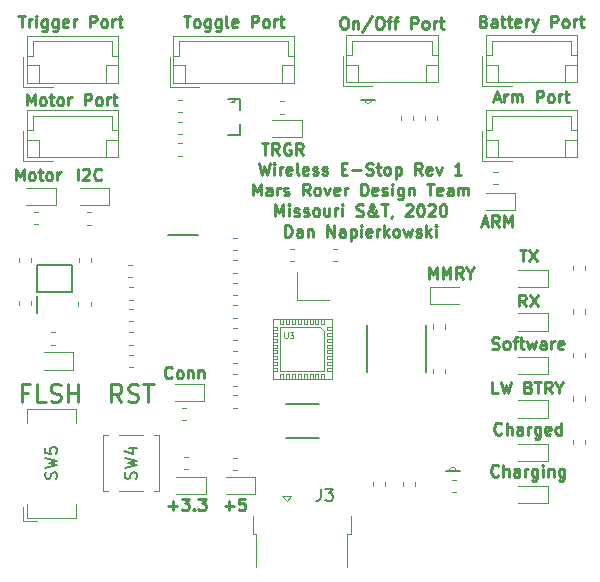
<source format=gbr>
G04 #@! TF.GenerationSoftware,KiCad,Pcbnew,(5.1.5)-2*
G04 #@! TF.CreationDate,2020-01-06T21:48:33-06:00*
G04 #@! TF.ProjectId,WirelessEStop_Tx,57697265-6c65-4737-9345-53746f705f54,rev?*
G04 #@! TF.SameCoordinates,Original*
G04 #@! TF.FileFunction,Legend,Top*
G04 #@! TF.FilePolarity,Positive*
%FSLAX46Y46*%
G04 Gerber Fmt 4.6, Leading zero omitted, Abs format (unit mm)*
G04 Created by KiCad (PCBNEW (5.1.5)-2) date 2020-01-06 21:48:33*
%MOMM*%
%LPD*%
G04 APERTURE LIST*
%ADD10C,0.250000*%
%ADD11C,0.120000*%
%ADD12C,0.152400*%
%ADD13C,0.100000*%
%ADD14C,0.203200*%
%ADD15C,0.127000*%
%ADD16C,0.050000*%
%ADD17C,0.200000*%
%ADD18C,0.150000*%
G04 APERTURE END LIST*
D10*
X130461261Y-119213380D02*
X130651738Y-119213380D01*
X130746976Y-119261000D01*
X130842214Y-119356238D01*
X130889833Y-119546714D01*
X130889833Y-119880047D01*
X130842214Y-120070523D01*
X130746976Y-120165761D01*
X130651738Y-120213380D01*
X130461261Y-120213380D01*
X130366023Y-120165761D01*
X130270785Y-120070523D01*
X130223166Y-119880047D01*
X130223166Y-119546714D01*
X130270785Y-119356238D01*
X130366023Y-119261000D01*
X130461261Y-119213380D01*
X131318404Y-119546714D02*
X131318404Y-120213380D01*
X131318404Y-119641952D02*
X131366023Y-119594333D01*
X131461261Y-119546714D01*
X131604119Y-119546714D01*
X131699357Y-119594333D01*
X131746976Y-119689571D01*
X131746976Y-120213380D01*
X132937452Y-119165761D02*
X132080309Y-120451476D01*
X133461261Y-119213380D02*
X133651738Y-119213380D01*
X133746976Y-119261000D01*
X133842214Y-119356238D01*
X133889833Y-119546714D01*
X133889833Y-119880047D01*
X133842214Y-120070523D01*
X133746976Y-120165761D01*
X133651738Y-120213380D01*
X133461261Y-120213380D01*
X133366023Y-120165761D01*
X133270785Y-120070523D01*
X133223166Y-119880047D01*
X133223166Y-119546714D01*
X133270785Y-119356238D01*
X133366023Y-119261000D01*
X133461261Y-119213380D01*
X134175547Y-119546714D02*
X134556500Y-119546714D01*
X134318404Y-120213380D02*
X134318404Y-119356238D01*
X134366023Y-119261000D01*
X134461261Y-119213380D01*
X134556500Y-119213380D01*
X134746976Y-119546714D02*
X135127928Y-119546714D01*
X134889833Y-120213380D02*
X134889833Y-119356238D01*
X134937452Y-119261000D01*
X135032690Y-119213380D01*
X135127928Y-119213380D01*
X136223166Y-120213380D02*
X136223166Y-119213380D01*
X136604119Y-119213380D01*
X136699357Y-119261000D01*
X136746976Y-119308619D01*
X136794595Y-119403857D01*
X136794595Y-119546714D01*
X136746976Y-119641952D01*
X136699357Y-119689571D01*
X136604119Y-119737190D01*
X136223166Y-119737190D01*
X137366023Y-120213380D02*
X137270785Y-120165761D01*
X137223166Y-120118142D01*
X137175547Y-120022904D01*
X137175547Y-119737190D01*
X137223166Y-119641952D01*
X137270785Y-119594333D01*
X137366023Y-119546714D01*
X137508880Y-119546714D01*
X137604119Y-119594333D01*
X137651738Y-119641952D01*
X137699357Y-119737190D01*
X137699357Y-120022904D01*
X137651738Y-120118142D01*
X137604119Y-120165761D01*
X137508880Y-120213380D01*
X137366023Y-120213380D01*
X138127928Y-120213380D02*
X138127928Y-119546714D01*
X138127928Y-119737190D02*
X138175547Y-119641952D01*
X138223166Y-119594333D01*
X138318404Y-119546714D01*
X138413642Y-119546714D01*
X138604119Y-119546714D02*
X138985071Y-119546714D01*
X138746976Y-119213380D02*
X138746976Y-120070523D01*
X138794595Y-120165761D01*
X138889833Y-120213380D01*
X138985071Y-120213380D01*
X142367500Y-119562571D02*
X142510357Y-119610190D01*
X142557976Y-119657809D01*
X142605595Y-119753047D01*
X142605595Y-119895904D01*
X142557976Y-119991142D01*
X142510357Y-120038761D01*
X142415119Y-120086380D01*
X142034166Y-120086380D01*
X142034166Y-119086380D01*
X142367500Y-119086380D01*
X142462738Y-119134000D01*
X142510357Y-119181619D01*
X142557976Y-119276857D01*
X142557976Y-119372095D01*
X142510357Y-119467333D01*
X142462738Y-119514952D01*
X142367500Y-119562571D01*
X142034166Y-119562571D01*
X143462738Y-120086380D02*
X143462738Y-119562571D01*
X143415119Y-119467333D01*
X143319880Y-119419714D01*
X143129404Y-119419714D01*
X143034166Y-119467333D01*
X143462738Y-120038761D02*
X143367500Y-120086380D01*
X143129404Y-120086380D01*
X143034166Y-120038761D01*
X142986547Y-119943523D01*
X142986547Y-119848285D01*
X143034166Y-119753047D01*
X143129404Y-119705428D01*
X143367500Y-119705428D01*
X143462738Y-119657809D01*
X143796071Y-119419714D02*
X144177023Y-119419714D01*
X143938928Y-119086380D02*
X143938928Y-119943523D01*
X143986547Y-120038761D01*
X144081785Y-120086380D01*
X144177023Y-120086380D01*
X144367500Y-119419714D02*
X144748452Y-119419714D01*
X144510357Y-119086380D02*
X144510357Y-119943523D01*
X144557976Y-120038761D01*
X144653214Y-120086380D01*
X144748452Y-120086380D01*
X145462738Y-120038761D02*
X145367500Y-120086380D01*
X145177023Y-120086380D01*
X145081785Y-120038761D01*
X145034166Y-119943523D01*
X145034166Y-119562571D01*
X145081785Y-119467333D01*
X145177023Y-119419714D01*
X145367500Y-119419714D01*
X145462738Y-119467333D01*
X145510357Y-119562571D01*
X145510357Y-119657809D01*
X145034166Y-119753047D01*
X145938928Y-120086380D02*
X145938928Y-119419714D01*
X145938928Y-119610190D02*
X145986547Y-119514952D01*
X146034166Y-119467333D01*
X146129404Y-119419714D01*
X146224642Y-119419714D01*
X146462738Y-119419714D02*
X146700833Y-120086380D01*
X146938928Y-119419714D02*
X146700833Y-120086380D01*
X146605595Y-120324476D01*
X146557976Y-120372095D01*
X146462738Y-120419714D01*
X148081785Y-120086380D02*
X148081785Y-119086380D01*
X148462738Y-119086380D01*
X148557976Y-119134000D01*
X148605595Y-119181619D01*
X148653214Y-119276857D01*
X148653214Y-119419714D01*
X148605595Y-119514952D01*
X148557976Y-119562571D01*
X148462738Y-119610190D01*
X148081785Y-119610190D01*
X149224642Y-120086380D02*
X149129404Y-120038761D01*
X149081785Y-119991142D01*
X149034166Y-119895904D01*
X149034166Y-119610190D01*
X149081785Y-119514952D01*
X149129404Y-119467333D01*
X149224642Y-119419714D01*
X149367500Y-119419714D01*
X149462738Y-119467333D01*
X149510357Y-119514952D01*
X149557976Y-119610190D01*
X149557976Y-119895904D01*
X149510357Y-119991142D01*
X149462738Y-120038761D01*
X149367500Y-120086380D01*
X149224642Y-120086380D01*
X149986547Y-120086380D02*
X149986547Y-119419714D01*
X149986547Y-119610190D02*
X150034166Y-119514952D01*
X150081785Y-119467333D01*
X150177023Y-119419714D01*
X150272261Y-119419714D01*
X150462738Y-119419714D02*
X150843690Y-119419714D01*
X150605595Y-119086380D02*
X150605595Y-119943523D01*
X150653214Y-120038761D01*
X150748452Y-120086380D01*
X150843690Y-120086380D01*
X143224642Y-126150666D02*
X143700833Y-126150666D01*
X143129404Y-126436380D02*
X143462738Y-125436380D01*
X143796071Y-126436380D01*
X144129404Y-126436380D02*
X144129404Y-125769714D01*
X144129404Y-125960190D02*
X144177023Y-125864952D01*
X144224642Y-125817333D01*
X144319880Y-125769714D01*
X144415119Y-125769714D01*
X144748452Y-126436380D02*
X144748452Y-125769714D01*
X144748452Y-125864952D02*
X144796071Y-125817333D01*
X144891309Y-125769714D01*
X145034166Y-125769714D01*
X145129404Y-125817333D01*
X145177023Y-125912571D01*
X145177023Y-126436380D01*
X145177023Y-125912571D02*
X145224642Y-125817333D01*
X145319880Y-125769714D01*
X145462738Y-125769714D01*
X145557976Y-125817333D01*
X145605595Y-125912571D01*
X145605595Y-126436380D01*
X146843690Y-126436380D02*
X146843690Y-125436380D01*
X147224642Y-125436380D01*
X147319880Y-125484000D01*
X147367500Y-125531619D01*
X147415119Y-125626857D01*
X147415119Y-125769714D01*
X147367500Y-125864952D01*
X147319880Y-125912571D01*
X147224642Y-125960190D01*
X146843690Y-125960190D01*
X147986547Y-126436380D02*
X147891309Y-126388761D01*
X147843690Y-126341142D01*
X147796071Y-126245904D01*
X147796071Y-125960190D01*
X147843690Y-125864952D01*
X147891309Y-125817333D01*
X147986547Y-125769714D01*
X148129404Y-125769714D01*
X148224642Y-125817333D01*
X148272261Y-125864952D01*
X148319880Y-125960190D01*
X148319880Y-126245904D01*
X148272261Y-126341142D01*
X148224642Y-126388761D01*
X148129404Y-126436380D01*
X147986547Y-126436380D01*
X148748452Y-126436380D02*
X148748452Y-125769714D01*
X148748452Y-125960190D02*
X148796071Y-125864952D01*
X148843690Y-125817333D01*
X148938928Y-125769714D01*
X149034166Y-125769714D01*
X149224642Y-125769714D02*
X149605595Y-125769714D01*
X149367500Y-125436380D02*
X149367500Y-126293523D01*
X149415119Y-126388761D01*
X149510357Y-126436380D01*
X149605595Y-126436380D01*
X142200476Y-136691666D02*
X142676666Y-136691666D01*
X142105238Y-136977380D02*
X142438571Y-135977380D01*
X142771904Y-136977380D01*
X143676666Y-136977380D02*
X143343333Y-136501190D01*
X143105238Y-136977380D02*
X143105238Y-135977380D01*
X143486190Y-135977380D01*
X143581428Y-136025000D01*
X143629047Y-136072619D01*
X143676666Y-136167857D01*
X143676666Y-136310714D01*
X143629047Y-136405952D01*
X143581428Y-136453571D01*
X143486190Y-136501190D01*
X143105238Y-136501190D01*
X144105238Y-136977380D02*
X144105238Y-135977380D01*
X144438571Y-136691666D01*
X144771904Y-135977380D01*
X144771904Y-136977380D01*
X123381571Y-131574380D02*
X123619666Y-132574380D01*
X123810142Y-131860095D01*
X124000619Y-132574380D01*
X124238714Y-131574380D01*
X124619666Y-132574380D02*
X124619666Y-131907714D01*
X124619666Y-131574380D02*
X124572047Y-131622000D01*
X124619666Y-131669619D01*
X124667285Y-131622000D01*
X124619666Y-131574380D01*
X124619666Y-131669619D01*
X125095857Y-132574380D02*
X125095857Y-131907714D01*
X125095857Y-132098190D02*
X125143476Y-132002952D01*
X125191095Y-131955333D01*
X125286333Y-131907714D01*
X125381571Y-131907714D01*
X126095857Y-132526761D02*
X126000619Y-132574380D01*
X125810142Y-132574380D01*
X125714904Y-132526761D01*
X125667285Y-132431523D01*
X125667285Y-132050571D01*
X125714904Y-131955333D01*
X125810142Y-131907714D01*
X126000619Y-131907714D01*
X126095857Y-131955333D01*
X126143476Y-132050571D01*
X126143476Y-132145809D01*
X125667285Y-132241047D01*
X126714904Y-132574380D02*
X126619666Y-132526761D01*
X126572047Y-132431523D01*
X126572047Y-131574380D01*
X127476809Y-132526761D02*
X127381571Y-132574380D01*
X127191095Y-132574380D01*
X127095857Y-132526761D01*
X127048238Y-132431523D01*
X127048238Y-132050571D01*
X127095857Y-131955333D01*
X127191095Y-131907714D01*
X127381571Y-131907714D01*
X127476809Y-131955333D01*
X127524428Y-132050571D01*
X127524428Y-132145809D01*
X127048238Y-132241047D01*
X127905380Y-132526761D02*
X128000619Y-132574380D01*
X128191095Y-132574380D01*
X128286333Y-132526761D01*
X128333952Y-132431523D01*
X128333952Y-132383904D01*
X128286333Y-132288666D01*
X128191095Y-132241047D01*
X128048238Y-132241047D01*
X127953000Y-132193428D01*
X127905380Y-132098190D01*
X127905380Y-132050571D01*
X127953000Y-131955333D01*
X128048238Y-131907714D01*
X128191095Y-131907714D01*
X128286333Y-131955333D01*
X128714904Y-132526761D02*
X128810142Y-132574380D01*
X129000619Y-132574380D01*
X129095857Y-132526761D01*
X129143476Y-132431523D01*
X129143476Y-132383904D01*
X129095857Y-132288666D01*
X129000619Y-132241047D01*
X128857761Y-132241047D01*
X128762523Y-132193428D01*
X128714904Y-132098190D01*
X128714904Y-132050571D01*
X128762523Y-131955333D01*
X128857761Y-131907714D01*
X129000619Y-131907714D01*
X129095857Y-131955333D01*
X130333952Y-132050571D02*
X130667285Y-132050571D01*
X130810142Y-132574380D02*
X130333952Y-132574380D01*
X130333952Y-131574380D01*
X130810142Y-131574380D01*
X131238714Y-132193428D02*
X132000619Y-132193428D01*
X132429190Y-132526761D02*
X132572047Y-132574380D01*
X132810142Y-132574380D01*
X132905380Y-132526761D01*
X132953000Y-132479142D01*
X133000619Y-132383904D01*
X133000619Y-132288666D01*
X132953000Y-132193428D01*
X132905380Y-132145809D01*
X132810142Y-132098190D01*
X132619666Y-132050571D01*
X132524428Y-132002952D01*
X132476809Y-131955333D01*
X132429190Y-131860095D01*
X132429190Y-131764857D01*
X132476809Y-131669619D01*
X132524428Y-131622000D01*
X132619666Y-131574380D01*
X132857761Y-131574380D01*
X133000619Y-131622000D01*
X133286333Y-131907714D02*
X133667285Y-131907714D01*
X133429190Y-131574380D02*
X133429190Y-132431523D01*
X133476809Y-132526761D01*
X133572047Y-132574380D01*
X133667285Y-132574380D01*
X134143476Y-132574380D02*
X134048238Y-132526761D01*
X134000619Y-132479142D01*
X133953000Y-132383904D01*
X133953000Y-132098190D01*
X134000619Y-132002952D01*
X134048238Y-131955333D01*
X134143476Y-131907714D01*
X134286333Y-131907714D01*
X134381571Y-131955333D01*
X134429190Y-132002952D01*
X134476809Y-132098190D01*
X134476809Y-132383904D01*
X134429190Y-132479142D01*
X134381571Y-132526761D01*
X134286333Y-132574380D01*
X134143476Y-132574380D01*
X134905380Y-131907714D02*
X134905380Y-132907714D01*
X134905380Y-131955333D02*
X135000619Y-131907714D01*
X135191095Y-131907714D01*
X135286333Y-131955333D01*
X135333952Y-132002952D01*
X135381571Y-132098190D01*
X135381571Y-132383904D01*
X135333952Y-132479142D01*
X135286333Y-132526761D01*
X135191095Y-132574380D01*
X135000619Y-132574380D01*
X134905380Y-132526761D01*
X137143476Y-132574380D02*
X136810142Y-132098190D01*
X136572047Y-132574380D02*
X136572047Y-131574380D01*
X136953000Y-131574380D01*
X137048238Y-131622000D01*
X137095857Y-131669619D01*
X137143476Y-131764857D01*
X137143476Y-131907714D01*
X137095857Y-132002952D01*
X137048238Y-132050571D01*
X136953000Y-132098190D01*
X136572047Y-132098190D01*
X137953000Y-132526761D02*
X137857761Y-132574380D01*
X137667285Y-132574380D01*
X137572047Y-132526761D01*
X137524428Y-132431523D01*
X137524428Y-132050571D01*
X137572047Y-131955333D01*
X137667285Y-131907714D01*
X137857761Y-131907714D01*
X137953000Y-131955333D01*
X138000619Y-132050571D01*
X138000619Y-132145809D01*
X137524428Y-132241047D01*
X138333952Y-131907714D02*
X138572047Y-132574380D01*
X138810142Y-131907714D01*
X140476809Y-132574380D02*
X139905380Y-132574380D01*
X140191095Y-132574380D02*
X140191095Y-131574380D01*
X140095857Y-131717238D01*
X140000619Y-131812476D01*
X139905380Y-131860095D01*
X122833952Y-134324380D02*
X122833952Y-133324380D01*
X123167285Y-134038666D01*
X123500619Y-133324380D01*
X123500619Y-134324380D01*
X124405380Y-134324380D02*
X124405380Y-133800571D01*
X124357761Y-133705333D01*
X124262523Y-133657714D01*
X124072047Y-133657714D01*
X123976809Y-133705333D01*
X124405380Y-134276761D02*
X124310142Y-134324380D01*
X124072047Y-134324380D01*
X123976809Y-134276761D01*
X123929190Y-134181523D01*
X123929190Y-134086285D01*
X123976809Y-133991047D01*
X124072047Y-133943428D01*
X124310142Y-133943428D01*
X124405380Y-133895809D01*
X124881571Y-134324380D02*
X124881571Y-133657714D01*
X124881571Y-133848190D02*
X124929190Y-133752952D01*
X124976809Y-133705333D01*
X125072047Y-133657714D01*
X125167285Y-133657714D01*
X125452999Y-134276761D02*
X125548238Y-134324380D01*
X125738714Y-134324380D01*
X125833952Y-134276761D01*
X125881571Y-134181523D01*
X125881571Y-134133904D01*
X125833952Y-134038666D01*
X125738714Y-133991047D01*
X125595857Y-133991047D01*
X125500619Y-133943428D01*
X125452999Y-133848190D01*
X125452999Y-133800571D01*
X125500619Y-133705333D01*
X125595857Y-133657714D01*
X125738714Y-133657714D01*
X125833952Y-133705333D01*
X127643476Y-134324380D02*
X127310142Y-133848190D01*
X127072047Y-134324380D02*
X127072047Y-133324380D01*
X127452999Y-133324380D01*
X127548238Y-133372000D01*
X127595857Y-133419619D01*
X127643476Y-133514857D01*
X127643476Y-133657714D01*
X127595857Y-133752952D01*
X127548238Y-133800571D01*
X127452999Y-133848190D01*
X127072047Y-133848190D01*
X128214904Y-134324380D02*
X128119666Y-134276761D01*
X128072047Y-134229142D01*
X128024428Y-134133904D01*
X128024428Y-133848190D01*
X128072047Y-133752952D01*
X128119666Y-133705333D01*
X128214904Y-133657714D01*
X128357761Y-133657714D01*
X128452999Y-133705333D01*
X128500619Y-133752952D01*
X128548238Y-133848190D01*
X128548238Y-134133904D01*
X128500619Y-134229142D01*
X128452999Y-134276761D01*
X128357761Y-134324380D01*
X128214904Y-134324380D01*
X128881571Y-133657714D02*
X129119666Y-134324380D01*
X129357761Y-133657714D01*
X130119666Y-134276761D02*
X130024428Y-134324380D01*
X129833952Y-134324380D01*
X129738714Y-134276761D01*
X129691095Y-134181523D01*
X129691095Y-133800571D01*
X129738714Y-133705333D01*
X129833952Y-133657714D01*
X130024428Y-133657714D01*
X130119666Y-133705333D01*
X130167285Y-133800571D01*
X130167285Y-133895809D01*
X129691095Y-133991047D01*
X130595857Y-134324380D02*
X130595857Y-133657714D01*
X130595857Y-133848190D02*
X130643476Y-133752952D01*
X130691095Y-133705333D01*
X130786333Y-133657714D01*
X130881571Y-133657714D01*
X131976809Y-134324380D02*
X131976809Y-133324380D01*
X132214904Y-133324380D01*
X132357761Y-133372000D01*
X132453000Y-133467238D01*
X132500619Y-133562476D01*
X132548238Y-133752952D01*
X132548238Y-133895809D01*
X132500619Y-134086285D01*
X132453000Y-134181523D01*
X132357761Y-134276761D01*
X132214904Y-134324380D01*
X131976809Y-134324380D01*
X133357761Y-134276761D02*
X133262523Y-134324380D01*
X133072047Y-134324380D01*
X132976809Y-134276761D01*
X132929190Y-134181523D01*
X132929190Y-133800571D01*
X132976809Y-133705333D01*
X133072047Y-133657714D01*
X133262523Y-133657714D01*
X133357761Y-133705333D01*
X133405380Y-133800571D01*
X133405380Y-133895809D01*
X132929190Y-133991047D01*
X133786333Y-134276761D02*
X133881571Y-134324380D01*
X134072047Y-134324380D01*
X134167285Y-134276761D01*
X134214904Y-134181523D01*
X134214904Y-134133904D01*
X134167285Y-134038666D01*
X134072047Y-133991047D01*
X133929190Y-133991047D01*
X133833952Y-133943428D01*
X133786333Y-133848190D01*
X133786333Y-133800571D01*
X133833952Y-133705333D01*
X133929190Y-133657714D01*
X134072047Y-133657714D01*
X134167285Y-133705333D01*
X134643476Y-134324380D02*
X134643476Y-133657714D01*
X134643476Y-133324380D02*
X134595857Y-133372000D01*
X134643476Y-133419619D01*
X134691095Y-133372000D01*
X134643476Y-133324380D01*
X134643476Y-133419619D01*
X135548238Y-133657714D02*
X135548238Y-134467238D01*
X135500619Y-134562476D01*
X135453000Y-134610095D01*
X135357761Y-134657714D01*
X135214904Y-134657714D01*
X135119666Y-134610095D01*
X135548238Y-134276761D02*
X135453000Y-134324380D01*
X135262523Y-134324380D01*
X135167285Y-134276761D01*
X135119666Y-134229142D01*
X135072047Y-134133904D01*
X135072047Y-133848190D01*
X135119666Y-133752952D01*
X135167285Y-133705333D01*
X135262523Y-133657714D01*
X135453000Y-133657714D01*
X135548238Y-133705333D01*
X136024428Y-133657714D02*
X136024428Y-134324380D01*
X136024428Y-133752952D02*
X136072047Y-133705333D01*
X136167285Y-133657714D01*
X136310142Y-133657714D01*
X136405380Y-133705333D01*
X136453000Y-133800571D01*
X136453000Y-134324380D01*
X137548238Y-133324380D02*
X138119666Y-133324380D01*
X137833952Y-134324380D02*
X137833952Y-133324380D01*
X138833952Y-134276761D02*
X138738714Y-134324380D01*
X138548238Y-134324380D01*
X138453000Y-134276761D01*
X138405380Y-134181523D01*
X138405380Y-133800571D01*
X138453000Y-133705333D01*
X138548238Y-133657714D01*
X138738714Y-133657714D01*
X138833952Y-133705333D01*
X138881571Y-133800571D01*
X138881571Y-133895809D01*
X138405380Y-133991047D01*
X139738714Y-134324380D02*
X139738714Y-133800571D01*
X139691095Y-133705333D01*
X139595857Y-133657714D01*
X139405380Y-133657714D01*
X139310142Y-133705333D01*
X139738714Y-134276761D02*
X139643476Y-134324380D01*
X139405380Y-134324380D01*
X139310142Y-134276761D01*
X139262523Y-134181523D01*
X139262523Y-134086285D01*
X139310142Y-133991047D01*
X139405380Y-133943428D01*
X139643476Y-133943428D01*
X139738714Y-133895809D01*
X140214904Y-134324380D02*
X140214904Y-133657714D01*
X140214904Y-133752952D02*
X140262523Y-133705333D01*
X140357761Y-133657714D01*
X140500619Y-133657714D01*
X140595857Y-133705333D01*
X140643476Y-133800571D01*
X140643476Y-134324380D01*
X140643476Y-133800571D02*
X140691095Y-133705333D01*
X140786333Y-133657714D01*
X140929190Y-133657714D01*
X141024428Y-133705333D01*
X141072047Y-133800571D01*
X141072047Y-134324380D01*
X124738714Y-136074380D02*
X124738714Y-135074380D01*
X125072047Y-135788666D01*
X125405380Y-135074380D01*
X125405380Y-136074380D01*
X125881571Y-136074380D02*
X125881571Y-135407714D01*
X125881571Y-135074380D02*
X125833952Y-135122000D01*
X125881571Y-135169619D01*
X125929190Y-135122000D01*
X125881571Y-135074380D01*
X125881571Y-135169619D01*
X126310142Y-136026761D02*
X126405380Y-136074380D01*
X126595857Y-136074380D01*
X126691095Y-136026761D01*
X126738714Y-135931523D01*
X126738714Y-135883904D01*
X126691095Y-135788666D01*
X126595857Y-135741047D01*
X126453000Y-135741047D01*
X126357761Y-135693428D01*
X126310142Y-135598190D01*
X126310142Y-135550571D01*
X126357761Y-135455333D01*
X126453000Y-135407714D01*
X126595857Y-135407714D01*
X126691095Y-135455333D01*
X127119666Y-136026761D02*
X127214904Y-136074380D01*
X127405380Y-136074380D01*
X127500619Y-136026761D01*
X127548238Y-135931523D01*
X127548238Y-135883904D01*
X127500619Y-135788666D01*
X127405380Y-135741047D01*
X127262523Y-135741047D01*
X127167285Y-135693428D01*
X127119666Y-135598190D01*
X127119666Y-135550571D01*
X127167285Y-135455333D01*
X127262523Y-135407714D01*
X127405380Y-135407714D01*
X127500619Y-135455333D01*
X128119666Y-136074380D02*
X128024428Y-136026761D01*
X127976809Y-135979142D01*
X127929190Y-135883904D01*
X127929190Y-135598190D01*
X127976809Y-135502952D01*
X128024428Y-135455333D01*
X128119666Y-135407714D01*
X128262523Y-135407714D01*
X128357761Y-135455333D01*
X128405380Y-135502952D01*
X128453000Y-135598190D01*
X128453000Y-135883904D01*
X128405380Y-135979142D01*
X128357761Y-136026761D01*
X128262523Y-136074380D01*
X128119666Y-136074380D01*
X129310142Y-135407714D02*
X129310142Y-136074380D01*
X128881571Y-135407714D02*
X128881571Y-135931523D01*
X128929190Y-136026761D01*
X129024428Y-136074380D01*
X129167285Y-136074380D01*
X129262523Y-136026761D01*
X129310142Y-135979142D01*
X129786333Y-136074380D02*
X129786333Y-135407714D01*
X129786333Y-135598190D02*
X129833952Y-135502952D01*
X129881571Y-135455333D01*
X129976809Y-135407714D01*
X130072047Y-135407714D01*
X130405380Y-136074380D02*
X130405380Y-135407714D01*
X130405380Y-135074380D02*
X130357761Y-135122000D01*
X130405380Y-135169619D01*
X130453000Y-135122000D01*
X130405380Y-135074380D01*
X130405380Y-135169619D01*
X131595857Y-136026761D02*
X131738714Y-136074380D01*
X131976809Y-136074380D01*
X132072047Y-136026761D01*
X132119666Y-135979142D01*
X132167285Y-135883904D01*
X132167285Y-135788666D01*
X132119666Y-135693428D01*
X132072047Y-135645809D01*
X131976809Y-135598190D01*
X131786333Y-135550571D01*
X131691095Y-135502952D01*
X131643476Y-135455333D01*
X131595857Y-135360095D01*
X131595857Y-135264857D01*
X131643476Y-135169619D01*
X131691095Y-135122000D01*
X131786333Y-135074380D01*
X132024428Y-135074380D01*
X132167285Y-135122000D01*
X133405380Y-136074380D02*
X133357761Y-136074380D01*
X133262523Y-136026761D01*
X133119666Y-135883904D01*
X132881571Y-135598190D01*
X132786333Y-135455333D01*
X132738714Y-135312476D01*
X132738714Y-135217238D01*
X132786333Y-135122000D01*
X132881571Y-135074380D01*
X132929190Y-135074380D01*
X133024428Y-135122000D01*
X133072047Y-135217238D01*
X133072047Y-135264857D01*
X133024428Y-135360095D01*
X132976809Y-135407714D01*
X132691095Y-135598190D01*
X132643476Y-135645809D01*
X132595857Y-135741047D01*
X132595857Y-135883904D01*
X132643476Y-135979142D01*
X132691095Y-136026761D01*
X132786333Y-136074380D01*
X132929190Y-136074380D01*
X133024428Y-136026761D01*
X133072047Y-135979142D01*
X133214904Y-135788666D01*
X133262523Y-135645809D01*
X133262523Y-135550571D01*
X133691095Y-135074380D02*
X134262523Y-135074380D01*
X133976809Y-136074380D02*
X133976809Y-135074380D01*
X134643476Y-136026761D02*
X134643476Y-136074380D01*
X134595857Y-136169619D01*
X134548238Y-136217238D01*
X135786333Y-135169619D02*
X135833952Y-135122000D01*
X135929190Y-135074380D01*
X136167285Y-135074380D01*
X136262523Y-135122000D01*
X136310142Y-135169619D01*
X136357761Y-135264857D01*
X136357761Y-135360095D01*
X136310142Y-135502952D01*
X135738714Y-136074380D01*
X136357761Y-136074380D01*
X136976809Y-135074380D02*
X137072047Y-135074380D01*
X137167285Y-135122000D01*
X137214904Y-135169619D01*
X137262523Y-135264857D01*
X137310142Y-135455333D01*
X137310142Y-135693428D01*
X137262523Y-135883904D01*
X137214904Y-135979142D01*
X137167285Y-136026761D01*
X137072047Y-136074380D01*
X136976809Y-136074380D01*
X136881571Y-136026761D01*
X136833952Y-135979142D01*
X136786333Y-135883904D01*
X136738714Y-135693428D01*
X136738714Y-135455333D01*
X136786333Y-135264857D01*
X136833952Y-135169619D01*
X136881571Y-135122000D01*
X136976809Y-135074380D01*
X137691095Y-135169619D02*
X137738714Y-135122000D01*
X137833952Y-135074380D01*
X138072047Y-135074380D01*
X138167285Y-135122000D01*
X138214904Y-135169619D01*
X138262523Y-135264857D01*
X138262523Y-135360095D01*
X138214904Y-135502952D01*
X137643476Y-136074380D01*
X138262523Y-136074380D01*
X138881571Y-135074380D02*
X138976809Y-135074380D01*
X139072047Y-135122000D01*
X139119666Y-135169619D01*
X139167285Y-135264857D01*
X139214904Y-135455333D01*
X139214904Y-135693428D01*
X139167285Y-135883904D01*
X139119666Y-135979142D01*
X139072047Y-136026761D01*
X138976809Y-136074380D01*
X138881571Y-136074380D01*
X138786333Y-136026761D01*
X138738714Y-135979142D01*
X138691095Y-135883904D01*
X138643476Y-135693428D01*
X138643476Y-135455333D01*
X138691095Y-135264857D01*
X138738714Y-135169619D01*
X138786333Y-135122000D01*
X138881571Y-135074380D01*
X125572047Y-137824380D02*
X125572047Y-136824380D01*
X125810142Y-136824380D01*
X125952999Y-136872000D01*
X126048238Y-136967238D01*
X126095857Y-137062476D01*
X126143476Y-137252952D01*
X126143476Y-137395809D01*
X126095857Y-137586285D01*
X126048238Y-137681523D01*
X125952999Y-137776761D01*
X125810142Y-137824380D01*
X125572047Y-137824380D01*
X127000619Y-137824380D02*
X127000619Y-137300571D01*
X126952999Y-137205333D01*
X126857761Y-137157714D01*
X126667285Y-137157714D01*
X126572047Y-137205333D01*
X127000619Y-137776761D02*
X126905380Y-137824380D01*
X126667285Y-137824380D01*
X126572047Y-137776761D01*
X126524428Y-137681523D01*
X126524428Y-137586285D01*
X126572047Y-137491047D01*
X126667285Y-137443428D01*
X126905380Y-137443428D01*
X127000619Y-137395809D01*
X127476809Y-137157714D02*
X127476809Y-137824380D01*
X127476809Y-137252952D02*
X127524428Y-137205333D01*
X127619666Y-137157714D01*
X127762523Y-137157714D01*
X127857761Y-137205333D01*
X127905380Y-137300571D01*
X127905380Y-137824380D01*
X129143476Y-137824380D02*
X129143476Y-136824380D01*
X129714904Y-137824380D01*
X129714904Y-136824380D01*
X130619666Y-137824380D02*
X130619666Y-137300571D01*
X130572047Y-137205333D01*
X130476809Y-137157714D01*
X130286333Y-137157714D01*
X130191095Y-137205333D01*
X130619666Y-137776761D02*
X130524428Y-137824380D01*
X130286333Y-137824380D01*
X130191095Y-137776761D01*
X130143476Y-137681523D01*
X130143476Y-137586285D01*
X130191095Y-137491047D01*
X130286333Y-137443428D01*
X130524428Y-137443428D01*
X130619666Y-137395809D01*
X131095857Y-137157714D02*
X131095857Y-138157714D01*
X131095857Y-137205333D02*
X131191095Y-137157714D01*
X131381571Y-137157714D01*
X131476809Y-137205333D01*
X131524428Y-137252952D01*
X131572047Y-137348190D01*
X131572047Y-137633904D01*
X131524428Y-137729142D01*
X131476809Y-137776761D01*
X131381571Y-137824380D01*
X131191095Y-137824380D01*
X131095857Y-137776761D01*
X132000619Y-137824380D02*
X132000619Y-137157714D01*
X132000619Y-136824380D02*
X131952999Y-136872000D01*
X132000619Y-136919619D01*
X132048238Y-136872000D01*
X132000619Y-136824380D01*
X132000619Y-136919619D01*
X132857761Y-137776761D02*
X132762523Y-137824380D01*
X132572047Y-137824380D01*
X132476809Y-137776761D01*
X132429190Y-137681523D01*
X132429190Y-137300571D01*
X132476809Y-137205333D01*
X132572047Y-137157714D01*
X132762523Y-137157714D01*
X132857761Y-137205333D01*
X132905380Y-137300571D01*
X132905380Y-137395809D01*
X132429190Y-137491047D01*
X133333952Y-137824380D02*
X133333952Y-137157714D01*
X133333952Y-137348190D02*
X133381571Y-137252952D01*
X133429190Y-137205333D01*
X133524428Y-137157714D01*
X133619666Y-137157714D01*
X133953000Y-137824380D02*
X133953000Y-136824380D01*
X134048238Y-137443428D02*
X134333952Y-137824380D01*
X134333952Y-137157714D02*
X133953000Y-137538666D01*
X134905380Y-137824380D02*
X134810142Y-137776761D01*
X134762523Y-137729142D01*
X134714904Y-137633904D01*
X134714904Y-137348190D01*
X134762523Y-137252952D01*
X134810142Y-137205333D01*
X134905380Y-137157714D01*
X135048238Y-137157714D01*
X135143476Y-137205333D01*
X135191095Y-137252952D01*
X135238714Y-137348190D01*
X135238714Y-137633904D01*
X135191095Y-137729142D01*
X135143476Y-137776761D01*
X135048238Y-137824380D01*
X134905380Y-137824380D01*
X135572047Y-137157714D02*
X135762523Y-137824380D01*
X135953000Y-137348190D01*
X136143476Y-137824380D01*
X136333952Y-137157714D01*
X136667285Y-137776761D02*
X136762523Y-137824380D01*
X136953000Y-137824380D01*
X137048238Y-137776761D01*
X137095857Y-137681523D01*
X137095857Y-137633904D01*
X137048238Y-137538666D01*
X136953000Y-137491047D01*
X136810142Y-137491047D01*
X136714904Y-137443428D01*
X136667285Y-137348190D01*
X136667285Y-137300571D01*
X136714904Y-137205333D01*
X136810142Y-137157714D01*
X136953000Y-137157714D01*
X137048238Y-137205333D01*
X137524428Y-137824380D02*
X137524428Y-136824380D01*
X137619666Y-137443428D02*
X137905380Y-137824380D01*
X137905380Y-137157714D02*
X137524428Y-137538666D01*
X138333952Y-137824380D02*
X138333952Y-137157714D01*
X138333952Y-136824380D02*
X138286333Y-136872000D01*
X138333952Y-136919619D01*
X138381571Y-136872000D01*
X138333952Y-136824380D01*
X138333952Y-136919619D01*
X116959595Y-119086380D02*
X117531023Y-119086380D01*
X117245309Y-120086380D02*
X117245309Y-119086380D01*
X118007214Y-120086380D02*
X117911976Y-120038761D01*
X117864357Y-119991142D01*
X117816738Y-119895904D01*
X117816738Y-119610190D01*
X117864357Y-119514952D01*
X117911976Y-119467333D01*
X118007214Y-119419714D01*
X118150071Y-119419714D01*
X118245309Y-119467333D01*
X118292928Y-119514952D01*
X118340547Y-119610190D01*
X118340547Y-119895904D01*
X118292928Y-119991142D01*
X118245309Y-120038761D01*
X118150071Y-120086380D01*
X118007214Y-120086380D01*
X119197690Y-119419714D02*
X119197690Y-120229238D01*
X119150071Y-120324476D01*
X119102452Y-120372095D01*
X119007214Y-120419714D01*
X118864357Y-120419714D01*
X118769119Y-120372095D01*
X119197690Y-120038761D02*
X119102452Y-120086380D01*
X118911976Y-120086380D01*
X118816738Y-120038761D01*
X118769119Y-119991142D01*
X118721500Y-119895904D01*
X118721500Y-119610190D01*
X118769119Y-119514952D01*
X118816738Y-119467333D01*
X118911976Y-119419714D01*
X119102452Y-119419714D01*
X119197690Y-119467333D01*
X120102452Y-119419714D02*
X120102452Y-120229238D01*
X120054833Y-120324476D01*
X120007214Y-120372095D01*
X119911976Y-120419714D01*
X119769119Y-120419714D01*
X119673880Y-120372095D01*
X120102452Y-120038761D02*
X120007214Y-120086380D01*
X119816738Y-120086380D01*
X119721500Y-120038761D01*
X119673880Y-119991142D01*
X119626261Y-119895904D01*
X119626261Y-119610190D01*
X119673880Y-119514952D01*
X119721500Y-119467333D01*
X119816738Y-119419714D01*
X120007214Y-119419714D01*
X120102452Y-119467333D01*
X120721500Y-120086380D02*
X120626261Y-120038761D01*
X120578642Y-119943523D01*
X120578642Y-119086380D01*
X121483404Y-120038761D02*
X121388166Y-120086380D01*
X121197690Y-120086380D01*
X121102452Y-120038761D01*
X121054833Y-119943523D01*
X121054833Y-119562571D01*
X121102452Y-119467333D01*
X121197690Y-119419714D01*
X121388166Y-119419714D01*
X121483404Y-119467333D01*
X121531023Y-119562571D01*
X121531023Y-119657809D01*
X121054833Y-119753047D01*
X122721500Y-120086380D02*
X122721500Y-119086380D01*
X123102452Y-119086380D01*
X123197690Y-119134000D01*
X123245309Y-119181619D01*
X123292928Y-119276857D01*
X123292928Y-119419714D01*
X123245309Y-119514952D01*
X123197690Y-119562571D01*
X123102452Y-119610190D01*
X122721500Y-119610190D01*
X123864357Y-120086380D02*
X123769119Y-120038761D01*
X123721500Y-119991142D01*
X123673880Y-119895904D01*
X123673880Y-119610190D01*
X123721500Y-119514952D01*
X123769119Y-119467333D01*
X123864357Y-119419714D01*
X124007214Y-119419714D01*
X124102452Y-119467333D01*
X124150071Y-119514952D01*
X124197690Y-119610190D01*
X124197690Y-119895904D01*
X124150071Y-119991142D01*
X124102452Y-120038761D01*
X124007214Y-120086380D01*
X123864357Y-120086380D01*
X124626261Y-120086380D02*
X124626261Y-119419714D01*
X124626261Y-119610190D02*
X124673880Y-119514952D01*
X124721500Y-119467333D01*
X124816738Y-119419714D01*
X124911976Y-119419714D01*
X125102452Y-119419714D02*
X125483404Y-119419714D01*
X125245309Y-119086380D02*
X125245309Y-119943523D01*
X125292928Y-120038761D01*
X125388166Y-120086380D01*
X125483404Y-120086380D01*
X123563285Y-129881380D02*
X124134714Y-129881380D01*
X123849000Y-130881380D02*
X123849000Y-129881380D01*
X125039476Y-130881380D02*
X124706142Y-130405190D01*
X124468047Y-130881380D02*
X124468047Y-129881380D01*
X124849000Y-129881380D01*
X124944238Y-129929000D01*
X124991857Y-129976619D01*
X125039476Y-130071857D01*
X125039476Y-130214714D01*
X124991857Y-130309952D01*
X124944238Y-130357571D01*
X124849000Y-130405190D01*
X124468047Y-130405190D01*
X125991857Y-129929000D02*
X125896619Y-129881380D01*
X125753761Y-129881380D01*
X125610904Y-129929000D01*
X125515666Y-130024238D01*
X125468047Y-130119476D01*
X125420428Y-130309952D01*
X125420428Y-130452809D01*
X125468047Y-130643285D01*
X125515666Y-130738523D01*
X125610904Y-130833761D01*
X125753761Y-130881380D01*
X125849000Y-130881380D01*
X125991857Y-130833761D01*
X126039476Y-130786142D01*
X126039476Y-130452809D01*
X125849000Y-130452809D01*
X127039476Y-130881380D02*
X126706142Y-130405190D01*
X126468047Y-130881380D02*
X126468047Y-129881380D01*
X126849000Y-129881380D01*
X126944238Y-129929000D01*
X126991857Y-129976619D01*
X127039476Y-130071857D01*
X127039476Y-130214714D01*
X126991857Y-130309952D01*
X126944238Y-130357571D01*
X126849000Y-130405190D01*
X126468047Y-130405190D01*
X102973738Y-119086380D02*
X103545166Y-119086380D01*
X103259452Y-120086380D02*
X103259452Y-119086380D01*
X103878500Y-120086380D02*
X103878500Y-119419714D01*
X103878500Y-119610190D02*
X103926119Y-119514952D01*
X103973738Y-119467333D01*
X104068976Y-119419714D01*
X104164214Y-119419714D01*
X104497547Y-120086380D02*
X104497547Y-119419714D01*
X104497547Y-119086380D02*
X104449928Y-119134000D01*
X104497547Y-119181619D01*
X104545166Y-119134000D01*
X104497547Y-119086380D01*
X104497547Y-119181619D01*
X105402309Y-119419714D02*
X105402309Y-120229238D01*
X105354690Y-120324476D01*
X105307071Y-120372095D01*
X105211833Y-120419714D01*
X105068976Y-120419714D01*
X104973738Y-120372095D01*
X105402309Y-120038761D02*
X105307071Y-120086380D01*
X105116595Y-120086380D01*
X105021357Y-120038761D01*
X104973738Y-119991142D01*
X104926119Y-119895904D01*
X104926119Y-119610190D01*
X104973738Y-119514952D01*
X105021357Y-119467333D01*
X105116595Y-119419714D01*
X105307071Y-119419714D01*
X105402309Y-119467333D01*
X106307071Y-119419714D02*
X106307071Y-120229238D01*
X106259452Y-120324476D01*
X106211833Y-120372095D01*
X106116595Y-120419714D01*
X105973738Y-120419714D01*
X105878500Y-120372095D01*
X106307071Y-120038761D02*
X106211833Y-120086380D01*
X106021357Y-120086380D01*
X105926119Y-120038761D01*
X105878500Y-119991142D01*
X105830880Y-119895904D01*
X105830880Y-119610190D01*
X105878500Y-119514952D01*
X105926119Y-119467333D01*
X106021357Y-119419714D01*
X106211833Y-119419714D01*
X106307071Y-119467333D01*
X107164214Y-120038761D02*
X107068976Y-120086380D01*
X106878500Y-120086380D01*
X106783261Y-120038761D01*
X106735642Y-119943523D01*
X106735642Y-119562571D01*
X106783261Y-119467333D01*
X106878500Y-119419714D01*
X107068976Y-119419714D01*
X107164214Y-119467333D01*
X107211833Y-119562571D01*
X107211833Y-119657809D01*
X106735642Y-119753047D01*
X107640404Y-120086380D02*
X107640404Y-119419714D01*
X107640404Y-119610190D02*
X107688023Y-119514952D01*
X107735642Y-119467333D01*
X107830880Y-119419714D01*
X107926119Y-119419714D01*
X109021357Y-120086380D02*
X109021357Y-119086380D01*
X109402309Y-119086380D01*
X109497547Y-119134000D01*
X109545166Y-119181619D01*
X109592785Y-119276857D01*
X109592785Y-119419714D01*
X109545166Y-119514952D01*
X109497547Y-119562571D01*
X109402309Y-119610190D01*
X109021357Y-119610190D01*
X110164214Y-120086380D02*
X110068976Y-120038761D01*
X110021357Y-119991142D01*
X109973738Y-119895904D01*
X109973738Y-119610190D01*
X110021357Y-119514952D01*
X110068976Y-119467333D01*
X110164214Y-119419714D01*
X110307071Y-119419714D01*
X110402309Y-119467333D01*
X110449928Y-119514952D01*
X110497547Y-119610190D01*
X110497547Y-119895904D01*
X110449928Y-119991142D01*
X110402309Y-120038761D01*
X110307071Y-120086380D01*
X110164214Y-120086380D01*
X110926119Y-120086380D02*
X110926119Y-119419714D01*
X110926119Y-119610190D02*
X110973738Y-119514952D01*
X111021357Y-119467333D01*
X111116595Y-119419714D01*
X111211833Y-119419714D01*
X111402309Y-119419714D02*
X111783261Y-119419714D01*
X111545166Y-119086380D02*
X111545166Y-119943523D01*
X111592785Y-120038761D01*
X111688023Y-120086380D01*
X111783261Y-120086380D01*
X103680095Y-126690380D02*
X103680095Y-125690380D01*
X104013428Y-126404666D01*
X104346761Y-125690380D01*
X104346761Y-126690380D01*
X104965809Y-126690380D02*
X104870571Y-126642761D01*
X104822952Y-126595142D01*
X104775333Y-126499904D01*
X104775333Y-126214190D01*
X104822952Y-126118952D01*
X104870571Y-126071333D01*
X104965809Y-126023714D01*
X105108666Y-126023714D01*
X105203904Y-126071333D01*
X105251523Y-126118952D01*
X105299142Y-126214190D01*
X105299142Y-126499904D01*
X105251523Y-126595142D01*
X105203904Y-126642761D01*
X105108666Y-126690380D01*
X104965809Y-126690380D01*
X105584857Y-126023714D02*
X105965809Y-126023714D01*
X105727714Y-125690380D02*
X105727714Y-126547523D01*
X105775333Y-126642761D01*
X105870571Y-126690380D01*
X105965809Y-126690380D01*
X106442000Y-126690380D02*
X106346761Y-126642761D01*
X106299142Y-126595142D01*
X106251523Y-126499904D01*
X106251523Y-126214190D01*
X106299142Y-126118952D01*
X106346761Y-126071333D01*
X106442000Y-126023714D01*
X106584857Y-126023714D01*
X106680095Y-126071333D01*
X106727714Y-126118952D01*
X106775333Y-126214190D01*
X106775333Y-126499904D01*
X106727714Y-126595142D01*
X106680095Y-126642761D01*
X106584857Y-126690380D01*
X106442000Y-126690380D01*
X107203904Y-126690380D02*
X107203904Y-126023714D01*
X107203904Y-126214190D02*
X107251523Y-126118952D01*
X107299142Y-126071333D01*
X107394380Y-126023714D01*
X107489619Y-126023714D01*
X108584857Y-126690380D02*
X108584857Y-125690380D01*
X108965809Y-125690380D01*
X109061047Y-125738000D01*
X109108666Y-125785619D01*
X109156285Y-125880857D01*
X109156285Y-126023714D01*
X109108666Y-126118952D01*
X109061047Y-126166571D01*
X108965809Y-126214190D01*
X108584857Y-126214190D01*
X109727714Y-126690380D02*
X109632476Y-126642761D01*
X109584857Y-126595142D01*
X109537238Y-126499904D01*
X109537238Y-126214190D01*
X109584857Y-126118952D01*
X109632476Y-126071333D01*
X109727714Y-126023714D01*
X109870571Y-126023714D01*
X109965809Y-126071333D01*
X110013428Y-126118952D01*
X110061047Y-126214190D01*
X110061047Y-126499904D01*
X110013428Y-126595142D01*
X109965809Y-126642761D01*
X109870571Y-126690380D01*
X109727714Y-126690380D01*
X110489619Y-126690380D02*
X110489619Y-126023714D01*
X110489619Y-126214190D02*
X110537238Y-126118952D01*
X110584857Y-126071333D01*
X110680095Y-126023714D01*
X110775333Y-126023714D01*
X110965809Y-126023714D02*
X111346761Y-126023714D01*
X111108666Y-125690380D02*
X111108666Y-126547523D01*
X111156285Y-126642761D01*
X111251523Y-126690380D01*
X111346761Y-126690380D01*
X145946833Y-143708380D02*
X145613500Y-143232190D01*
X145375404Y-143708380D02*
X145375404Y-142708380D01*
X145756357Y-142708380D01*
X145851595Y-142756000D01*
X145899214Y-142803619D01*
X145946833Y-142898857D01*
X145946833Y-143041714D01*
X145899214Y-143136952D01*
X145851595Y-143184571D01*
X145756357Y-143232190D01*
X145375404Y-143232190D01*
X146280166Y-142708380D02*
X146946833Y-143708380D01*
X146946833Y-142708380D02*
X146280166Y-143708380D01*
X145415095Y-138898380D02*
X145986523Y-138898380D01*
X145700809Y-139898380D02*
X145700809Y-138898380D01*
X146224619Y-138898380D02*
X146891285Y-139898380D01*
X146891285Y-138898380D02*
X146224619Y-139898380D01*
X143089690Y-147280261D02*
X143232547Y-147327880D01*
X143470642Y-147327880D01*
X143565880Y-147280261D01*
X143613500Y-147232642D01*
X143661119Y-147137404D01*
X143661119Y-147042166D01*
X143613500Y-146946928D01*
X143565880Y-146899309D01*
X143470642Y-146851690D01*
X143280166Y-146804071D01*
X143184928Y-146756452D01*
X143137309Y-146708833D01*
X143089690Y-146613595D01*
X143089690Y-146518357D01*
X143137309Y-146423119D01*
X143184928Y-146375500D01*
X143280166Y-146327880D01*
X143518261Y-146327880D01*
X143661119Y-146375500D01*
X144232547Y-147327880D02*
X144137309Y-147280261D01*
X144089690Y-147232642D01*
X144042071Y-147137404D01*
X144042071Y-146851690D01*
X144089690Y-146756452D01*
X144137309Y-146708833D01*
X144232547Y-146661214D01*
X144375404Y-146661214D01*
X144470642Y-146708833D01*
X144518261Y-146756452D01*
X144565880Y-146851690D01*
X144565880Y-147137404D01*
X144518261Y-147232642D01*
X144470642Y-147280261D01*
X144375404Y-147327880D01*
X144232547Y-147327880D01*
X144851595Y-146661214D02*
X145232547Y-146661214D01*
X144994452Y-147327880D02*
X144994452Y-146470738D01*
X145042071Y-146375500D01*
X145137309Y-146327880D01*
X145232547Y-146327880D01*
X145423023Y-146661214D02*
X145803976Y-146661214D01*
X145565880Y-146327880D02*
X145565880Y-147185023D01*
X145613500Y-147280261D01*
X145708738Y-147327880D01*
X145803976Y-147327880D01*
X146042071Y-146661214D02*
X146232547Y-147327880D01*
X146423023Y-146851690D01*
X146613500Y-147327880D01*
X146803976Y-146661214D01*
X147613500Y-147327880D02*
X147613500Y-146804071D01*
X147565880Y-146708833D01*
X147470642Y-146661214D01*
X147280166Y-146661214D01*
X147184928Y-146708833D01*
X147613500Y-147280261D02*
X147518261Y-147327880D01*
X147280166Y-147327880D01*
X147184928Y-147280261D01*
X147137309Y-147185023D01*
X147137309Y-147089785D01*
X147184928Y-146994547D01*
X147280166Y-146946928D01*
X147518261Y-146946928D01*
X147613500Y-146899309D01*
X148089690Y-147327880D02*
X148089690Y-146661214D01*
X148089690Y-146851690D02*
X148137309Y-146756452D01*
X148184928Y-146708833D01*
X148280166Y-146661214D01*
X148375404Y-146661214D01*
X149089690Y-147280261D02*
X148994452Y-147327880D01*
X148803976Y-147327880D01*
X148708738Y-147280261D01*
X148661119Y-147185023D01*
X148661119Y-146804071D01*
X148708738Y-146708833D01*
X148803976Y-146661214D01*
X148994452Y-146661214D01*
X149089690Y-146708833D01*
X149137309Y-146804071D01*
X149137309Y-146899309D01*
X148661119Y-146994547D01*
X107989809Y-133040380D02*
X107989809Y-132040380D01*
X108418380Y-132135619D02*
X108466000Y-132088000D01*
X108561238Y-132040380D01*
X108799333Y-132040380D01*
X108894571Y-132088000D01*
X108942190Y-132135619D01*
X108989809Y-132230857D01*
X108989809Y-132326095D01*
X108942190Y-132468952D01*
X108370761Y-133040380D01*
X108989809Y-133040380D01*
X109989809Y-132945142D02*
X109942190Y-132992761D01*
X109799333Y-133040380D01*
X109704095Y-133040380D01*
X109561238Y-132992761D01*
X109466000Y-132897523D01*
X109418380Y-132802285D01*
X109370761Y-132611809D01*
X109370761Y-132468952D01*
X109418380Y-132278476D01*
X109466000Y-132183238D01*
X109561238Y-132088000D01*
X109704095Y-132040380D01*
X109799333Y-132040380D01*
X109942190Y-132088000D01*
X109989809Y-132135619D01*
X143572219Y-151074380D02*
X143096028Y-151074380D01*
X143096028Y-150074380D01*
X143810314Y-150074380D02*
X144048409Y-151074380D01*
X144238885Y-150360095D01*
X144429361Y-151074380D01*
X144667457Y-150074380D01*
X146143647Y-150550571D02*
X146286504Y-150598190D01*
X146334123Y-150645809D01*
X146381742Y-150741047D01*
X146381742Y-150883904D01*
X146334123Y-150979142D01*
X146286504Y-151026761D01*
X146191266Y-151074380D01*
X145810314Y-151074380D01*
X145810314Y-150074380D01*
X146143647Y-150074380D01*
X146238885Y-150122000D01*
X146286504Y-150169619D01*
X146334123Y-150264857D01*
X146334123Y-150360095D01*
X146286504Y-150455333D01*
X146238885Y-150502952D01*
X146143647Y-150550571D01*
X145810314Y-150550571D01*
X146667457Y-150074380D02*
X147238885Y-150074380D01*
X146953171Y-151074380D02*
X146953171Y-150074380D01*
X148143647Y-151074380D02*
X147810314Y-150598190D01*
X147572219Y-151074380D02*
X147572219Y-150074380D01*
X147953171Y-150074380D01*
X148048409Y-150122000D01*
X148096028Y-150169619D01*
X148143647Y-150264857D01*
X148143647Y-150407714D01*
X148096028Y-150502952D01*
X148048409Y-150550571D01*
X147953171Y-150598190D01*
X147572219Y-150598190D01*
X148762695Y-150598190D02*
X148762695Y-151074380D01*
X148429361Y-150074380D02*
X148762695Y-150598190D01*
X149096028Y-150074380D01*
X115982880Y-149709142D02*
X115935261Y-149756761D01*
X115792404Y-149804380D01*
X115697166Y-149804380D01*
X115554309Y-149756761D01*
X115459071Y-149661523D01*
X115411452Y-149566285D01*
X115363833Y-149375809D01*
X115363833Y-149232952D01*
X115411452Y-149042476D01*
X115459071Y-148947238D01*
X115554309Y-148852000D01*
X115697166Y-148804380D01*
X115792404Y-148804380D01*
X115935261Y-148852000D01*
X115982880Y-148899619D01*
X116554309Y-149804380D02*
X116459071Y-149756761D01*
X116411452Y-149709142D01*
X116363833Y-149613904D01*
X116363833Y-149328190D01*
X116411452Y-149232952D01*
X116459071Y-149185333D01*
X116554309Y-149137714D01*
X116697166Y-149137714D01*
X116792404Y-149185333D01*
X116840023Y-149232952D01*
X116887642Y-149328190D01*
X116887642Y-149613904D01*
X116840023Y-149709142D01*
X116792404Y-149756761D01*
X116697166Y-149804380D01*
X116554309Y-149804380D01*
X117316214Y-149137714D02*
X117316214Y-149804380D01*
X117316214Y-149232952D02*
X117363833Y-149185333D01*
X117459071Y-149137714D01*
X117601928Y-149137714D01*
X117697166Y-149185333D01*
X117744785Y-149280571D01*
X117744785Y-149804380D01*
X118220976Y-149137714D02*
X118220976Y-149804380D01*
X118220976Y-149232952D02*
X118268595Y-149185333D01*
X118363833Y-149137714D01*
X118506690Y-149137714D01*
X118601928Y-149185333D01*
X118649547Y-149280571D01*
X118649547Y-149804380D01*
X102751166Y-133040380D02*
X102751166Y-132040380D01*
X103084500Y-132754666D01*
X103417833Y-132040380D01*
X103417833Y-133040380D01*
X104036880Y-133040380D02*
X103941642Y-132992761D01*
X103894023Y-132945142D01*
X103846404Y-132849904D01*
X103846404Y-132564190D01*
X103894023Y-132468952D01*
X103941642Y-132421333D01*
X104036880Y-132373714D01*
X104179738Y-132373714D01*
X104274976Y-132421333D01*
X104322595Y-132468952D01*
X104370214Y-132564190D01*
X104370214Y-132849904D01*
X104322595Y-132945142D01*
X104274976Y-132992761D01*
X104179738Y-133040380D01*
X104036880Y-133040380D01*
X104655928Y-132373714D02*
X105036880Y-132373714D01*
X104798785Y-132040380D02*
X104798785Y-132897523D01*
X104846404Y-132992761D01*
X104941642Y-133040380D01*
X105036880Y-133040380D01*
X105513071Y-133040380D02*
X105417833Y-132992761D01*
X105370214Y-132945142D01*
X105322595Y-132849904D01*
X105322595Y-132564190D01*
X105370214Y-132468952D01*
X105417833Y-132421333D01*
X105513071Y-132373714D01*
X105655928Y-132373714D01*
X105751166Y-132421333D01*
X105798785Y-132468952D01*
X105846404Y-132564190D01*
X105846404Y-132849904D01*
X105798785Y-132945142D01*
X105751166Y-132992761D01*
X105655928Y-133040380D01*
X105513071Y-133040380D01*
X106274976Y-133040380D02*
X106274976Y-132373714D01*
X106274976Y-132564190D02*
X106322595Y-132468952D01*
X106370214Y-132421333D01*
X106465452Y-132373714D01*
X106560690Y-132373714D01*
X137739666Y-141358880D02*
X137739666Y-140358880D01*
X138073000Y-141073166D01*
X138406333Y-140358880D01*
X138406333Y-141358880D01*
X138882523Y-141358880D02*
X138882523Y-140358880D01*
X139215857Y-141073166D01*
X139549190Y-140358880D01*
X139549190Y-141358880D01*
X140596809Y-141358880D02*
X140263476Y-140882690D01*
X140025380Y-141358880D02*
X140025380Y-140358880D01*
X140406333Y-140358880D01*
X140501571Y-140406500D01*
X140549190Y-140454119D01*
X140596809Y-140549357D01*
X140596809Y-140692214D01*
X140549190Y-140787452D01*
X140501571Y-140835071D01*
X140406333Y-140882690D01*
X140025380Y-140882690D01*
X141215857Y-140882690D02*
X141215857Y-141358880D01*
X140882523Y-140358880D02*
X141215857Y-140882690D01*
X141549190Y-140358880D01*
X103771142Y-151022857D02*
X103271142Y-151022857D01*
X103271142Y-151808571D02*
X103271142Y-150308571D01*
X103985428Y-150308571D01*
X105271142Y-151808571D02*
X104556857Y-151808571D01*
X104556857Y-150308571D01*
X105699714Y-151737142D02*
X105914000Y-151808571D01*
X106271142Y-151808571D01*
X106414000Y-151737142D01*
X106485428Y-151665714D01*
X106556857Y-151522857D01*
X106556857Y-151380000D01*
X106485428Y-151237142D01*
X106414000Y-151165714D01*
X106271142Y-151094285D01*
X105985428Y-151022857D01*
X105842571Y-150951428D01*
X105771142Y-150880000D01*
X105699714Y-150737142D01*
X105699714Y-150594285D01*
X105771142Y-150451428D01*
X105842571Y-150380000D01*
X105985428Y-150308571D01*
X106342571Y-150308571D01*
X106556857Y-150380000D01*
X107199714Y-151808571D02*
X107199714Y-150308571D01*
X107199714Y-151022857D02*
X108056857Y-151022857D01*
X108056857Y-151808571D02*
X108056857Y-150308571D01*
X111700571Y-151808571D02*
X111200571Y-151094285D01*
X110843428Y-151808571D02*
X110843428Y-150308571D01*
X111414857Y-150308571D01*
X111557714Y-150380000D01*
X111629142Y-150451428D01*
X111700571Y-150594285D01*
X111700571Y-150808571D01*
X111629142Y-150951428D01*
X111557714Y-151022857D01*
X111414857Y-151094285D01*
X110843428Y-151094285D01*
X112272000Y-151737142D02*
X112486285Y-151808571D01*
X112843428Y-151808571D01*
X112986285Y-151737142D01*
X113057714Y-151665714D01*
X113129142Y-151522857D01*
X113129142Y-151380000D01*
X113057714Y-151237142D01*
X112986285Y-151165714D01*
X112843428Y-151094285D01*
X112557714Y-151022857D01*
X112414857Y-150951428D01*
X112343428Y-150880000D01*
X112272000Y-150737142D01*
X112272000Y-150594285D01*
X112343428Y-150451428D01*
X112414857Y-150380000D01*
X112557714Y-150308571D01*
X112914857Y-150308571D01*
X113129142Y-150380000D01*
X113557714Y-150308571D02*
X114414857Y-150308571D01*
X113986285Y-151808571D02*
X113986285Y-150308571D01*
X115649571Y-160599428D02*
X116411476Y-160599428D01*
X116030523Y-160980380D02*
X116030523Y-160218476D01*
X116792428Y-159980380D02*
X117411476Y-159980380D01*
X117078142Y-160361333D01*
X117221000Y-160361333D01*
X117316238Y-160408952D01*
X117363857Y-160456571D01*
X117411476Y-160551809D01*
X117411476Y-160789904D01*
X117363857Y-160885142D01*
X117316238Y-160932761D01*
X117221000Y-160980380D01*
X116935285Y-160980380D01*
X116840047Y-160932761D01*
X116792428Y-160885142D01*
X117840047Y-160885142D02*
X117887666Y-160932761D01*
X117840047Y-160980380D01*
X117792428Y-160932761D01*
X117840047Y-160885142D01*
X117840047Y-160980380D01*
X118221000Y-159980380D02*
X118840047Y-159980380D01*
X118506714Y-160361333D01*
X118649571Y-160361333D01*
X118744809Y-160408952D01*
X118792428Y-160456571D01*
X118840047Y-160551809D01*
X118840047Y-160789904D01*
X118792428Y-160885142D01*
X118744809Y-160932761D01*
X118649571Y-160980380D01*
X118363857Y-160980380D01*
X118268619Y-160932761D01*
X118221000Y-160885142D01*
X120427857Y-160599428D02*
X121189761Y-160599428D01*
X120808809Y-160980380D02*
X120808809Y-160218476D01*
X122142142Y-159980380D02*
X121665952Y-159980380D01*
X121618333Y-160456571D01*
X121665952Y-160408952D01*
X121761190Y-160361333D01*
X121999285Y-160361333D01*
X122094523Y-160408952D01*
X122142142Y-160456571D01*
X122189761Y-160551809D01*
X122189761Y-160789904D01*
X122142142Y-160885142D01*
X122094523Y-160932761D01*
X121999285Y-160980380D01*
X121761190Y-160980380D01*
X121665952Y-160932761D01*
X121618333Y-160885142D01*
X143875404Y-154471642D02*
X143827785Y-154519261D01*
X143684928Y-154566880D01*
X143589690Y-154566880D01*
X143446833Y-154519261D01*
X143351595Y-154424023D01*
X143303976Y-154328785D01*
X143256357Y-154138309D01*
X143256357Y-153995452D01*
X143303976Y-153804976D01*
X143351595Y-153709738D01*
X143446833Y-153614500D01*
X143589690Y-153566880D01*
X143684928Y-153566880D01*
X143827785Y-153614500D01*
X143875404Y-153662119D01*
X144303976Y-154566880D02*
X144303976Y-153566880D01*
X144732547Y-154566880D02*
X144732547Y-154043071D01*
X144684928Y-153947833D01*
X144589690Y-153900214D01*
X144446833Y-153900214D01*
X144351595Y-153947833D01*
X144303976Y-153995452D01*
X145637309Y-154566880D02*
X145637309Y-154043071D01*
X145589690Y-153947833D01*
X145494452Y-153900214D01*
X145303976Y-153900214D01*
X145208738Y-153947833D01*
X145637309Y-154519261D02*
X145542071Y-154566880D01*
X145303976Y-154566880D01*
X145208738Y-154519261D01*
X145161119Y-154424023D01*
X145161119Y-154328785D01*
X145208738Y-154233547D01*
X145303976Y-154185928D01*
X145542071Y-154185928D01*
X145637309Y-154138309D01*
X146113500Y-154566880D02*
X146113500Y-153900214D01*
X146113500Y-154090690D02*
X146161119Y-153995452D01*
X146208738Y-153947833D01*
X146303976Y-153900214D01*
X146399214Y-153900214D01*
X147161119Y-153900214D02*
X147161119Y-154709738D01*
X147113500Y-154804976D01*
X147065880Y-154852595D01*
X146970642Y-154900214D01*
X146827785Y-154900214D01*
X146732547Y-154852595D01*
X147161119Y-154519261D02*
X147065880Y-154566880D01*
X146875404Y-154566880D01*
X146780166Y-154519261D01*
X146732547Y-154471642D01*
X146684928Y-154376404D01*
X146684928Y-154090690D01*
X146732547Y-153995452D01*
X146780166Y-153947833D01*
X146875404Y-153900214D01*
X147065880Y-153900214D01*
X147161119Y-153947833D01*
X148018261Y-154519261D02*
X147923023Y-154566880D01*
X147732547Y-154566880D01*
X147637309Y-154519261D01*
X147589690Y-154424023D01*
X147589690Y-154043071D01*
X147637309Y-153947833D01*
X147732547Y-153900214D01*
X147923023Y-153900214D01*
X148018261Y-153947833D01*
X148065880Y-154043071D01*
X148065880Y-154138309D01*
X147589690Y-154233547D01*
X148923023Y-154566880D02*
X148923023Y-153566880D01*
X148923023Y-154519261D02*
X148827785Y-154566880D01*
X148637309Y-154566880D01*
X148542071Y-154519261D01*
X148494452Y-154471642D01*
X148446833Y-154376404D01*
X148446833Y-154090690D01*
X148494452Y-153995452D01*
X148542071Y-153947833D01*
X148637309Y-153900214D01*
X148827785Y-153900214D01*
X148923023Y-153947833D01*
X143613500Y-158027642D02*
X143565880Y-158075261D01*
X143423023Y-158122880D01*
X143327785Y-158122880D01*
X143184928Y-158075261D01*
X143089690Y-157980023D01*
X143042071Y-157884785D01*
X142994452Y-157694309D01*
X142994452Y-157551452D01*
X143042071Y-157360976D01*
X143089690Y-157265738D01*
X143184928Y-157170500D01*
X143327785Y-157122880D01*
X143423023Y-157122880D01*
X143565880Y-157170500D01*
X143613500Y-157218119D01*
X144042071Y-158122880D02*
X144042071Y-157122880D01*
X144470642Y-158122880D02*
X144470642Y-157599071D01*
X144423023Y-157503833D01*
X144327785Y-157456214D01*
X144184928Y-157456214D01*
X144089690Y-157503833D01*
X144042071Y-157551452D01*
X145375404Y-158122880D02*
X145375404Y-157599071D01*
X145327785Y-157503833D01*
X145232547Y-157456214D01*
X145042071Y-157456214D01*
X144946833Y-157503833D01*
X145375404Y-158075261D02*
X145280166Y-158122880D01*
X145042071Y-158122880D01*
X144946833Y-158075261D01*
X144899214Y-157980023D01*
X144899214Y-157884785D01*
X144946833Y-157789547D01*
X145042071Y-157741928D01*
X145280166Y-157741928D01*
X145375404Y-157694309D01*
X145851595Y-158122880D02*
X145851595Y-157456214D01*
X145851595Y-157646690D02*
X145899214Y-157551452D01*
X145946833Y-157503833D01*
X146042071Y-157456214D01*
X146137309Y-157456214D01*
X146899214Y-157456214D02*
X146899214Y-158265738D01*
X146851595Y-158360976D01*
X146803976Y-158408595D01*
X146708738Y-158456214D01*
X146565880Y-158456214D01*
X146470642Y-158408595D01*
X146899214Y-158075261D02*
X146803976Y-158122880D01*
X146613500Y-158122880D01*
X146518261Y-158075261D01*
X146470642Y-158027642D01*
X146423023Y-157932404D01*
X146423023Y-157646690D01*
X146470642Y-157551452D01*
X146518261Y-157503833D01*
X146613500Y-157456214D01*
X146803976Y-157456214D01*
X146899214Y-157503833D01*
X147375404Y-158122880D02*
X147375404Y-157456214D01*
X147375404Y-157122880D02*
X147327785Y-157170500D01*
X147375404Y-157218119D01*
X147423023Y-157170500D01*
X147375404Y-157122880D01*
X147375404Y-157218119D01*
X147851595Y-157456214D02*
X147851595Y-158122880D01*
X147851595Y-157551452D02*
X147899214Y-157503833D01*
X147994452Y-157456214D01*
X148137309Y-157456214D01*
X148232547Y-157503833D01*
X148280166Y-157599071D01*
X148280166Y-158122880D01*
X149184928Y-157456214D02*
X149184928Y-158265738D01*
X149137309Y-158360976D01*
X149089690Y-158408595D01*
X148994452Y-158456214D01*
X148851595Y-158456214D01*
X148756357Y-158408595D01*
X149184928Y-158075261D02*
X149089690Y-158122880D01*
X148899214Y-158122880D01*
X148803976Y-158075261D01*
X148756357Y-158027642D01*
X148708738Y-157932404D01*
X148708738Y-157646690D01*
X148756357Y-157551452D01*
X148803976Y-157503833D01*
X148899214Y-157456214D01*
X149089690Y-157456214D01*
X149184928Y-157503833D01*
D11*
X130740000Y-120718000D02*
X130740000Y-124738000D01*
X130740000Y-124738000D02*
X138460000Y-124738000D01*
X138460000Y-124738000D02*
X138460000Y-120718000D01*
X138460000Y-120718000D02*
X130740000Y-120718000D01*
X130740000Y-122428000D02*
X131240000Y-122428000D01*
X131240000Y-122428000D02*
X131240000Y-121218000D01*
X131240000Y-121218000D02*
X137960000Y-121218000D01*
X137960000Y-121218000D02*
X137960000Y-122428000D01*
X137960000Y-122428000D02*
X138460000Y-122428000D01*
X130740000Y-123238000D02*
X131740000Y-123238000D01*
X131740000Y-123238000D02*
X131740000Y-124738000D01*
X138460000Y-123238000D02*
X137460000Y-123238000D01*
X137460000Y-123238000D02*
X137460000Y-124738000D01*
X130440000Y-122538000D02*
X130440000Y-125038000D01*
X130440000Y-125038000D02*
X132940000Y-125038000D01*
X103389000Y-125101500D02*
X105889000Y-125101500D01*
X103389000Y-122601500D02*
X103389000Y-125101500D01*
X110409000Y-123301500D02*
X110409000Y-124801500D01*
X111409000Y-123301500D02*
X110409000Y-123301500D01*
X104689000Y-123301500D02*
X104689000Y-124801500D01*
X103689000Y-123301500D02*
X104689000Y-123301500D01*
X110909000Y-122491500D02*
X111409000Y-122491500D01*
X110909000Y-121281500D02*
X110909000Y-122491500D01*
X104189000Y-121281500D02*
X110909000Y-121281500D01*
X104189000Y-122491500D02*
X104189000Y-121281500D01*
X103689000Y-122491500D02*
X104189000Y-122491500D01*
X111409000Y-120781500D02*
X103689000Y-120781500D01*
X111409000Y-124801500D02*
X111409000Y-120781500D01*
X103689000Y-124801500D02*
X111409000Y-124801500D01*
X103689000Y-120781500D02*
X103689000Y-124801500D01*
X142251000Y-131388000D02*
X144751000Y-131388000D01*
X142251000Y-128888000D02*
X142251000Y-131388000D01*
X149271000Y-129588000D02*
X149271000Y-131088000D01*
X150271000Y-129588000D02*
X149271000Y-129588000D01*
X143551000Y-129588000D02*
X143551000Y-131088000D01*
X142551000Y-129588000D02*
X143551000Y-129588000D01*
X149771000Y-128778000D02*
X150271000Y-128778000D01*
X149771000Y-127568000D02*
X149771000Y-128778000D01*
X143051000Y-127568000D02*
X149771000Y-127568000D01*
X143051000Y-128778000D02*
X143051000Y-127568000D01*
X142551000Y-128778000D02*
X143051000Y-128778000D01*
X150271000Y-127068000D02*
X142551000Y-127068000D01*
X150271000Y-131088000D02*
X150271000Y-127068000D01*
X142551000Y-131088000D02*
X150271000Y-131088000D01*
X142551000Y-127068000D02*
X142551000Y-131088000D01*
X103389000Y-131388000D02*
X105889000Y-131388000D01*
X103389000Y-128888000D02*
X103389000Y-131388000D01*
X110409000Y-129588000D02*
X110409000Y-131088000D01*
X111409000Y-129588000D02*
X110409000Y-129588000D01*
X104689000Y-129588000D02*
X104689000Y-131088000D01*
X103689000Y-129588000D02*
X104689000Y-129588000D01*
X110909000Y-128778000D02*
X111409000Y-128778000D01*
X110909000Y-127568000D02*
X110909000Y-128778000D01*
X104189000Y-127568000D02*
X110909000Y-127568000D01*
X104189000Y-128778000D02*
X104189000Y-127568000D01*
X103689000Y-128778000D02*
X104189000Y-128778000D01*
X111409000Y-127068000D02*
X103689000Y-127068000D01*
X111409000Y-131088000D02*
X111409000Y-127068000D01*
X103689000Y-131088000D02*
X111409000Y-131088000D01*
X103689000Y-127068000D02*
X103689000Y-131088000D01*
X142251000Y-125038000D02*
X144751000Y-125038000D01*
X142251000Y-122538000D02*
X142251000Y-125038000D01*
X149271000Y-123238000D02*
X149271000Y-124738000D01*
X150271000Y-123238000D02*
X149271000Y-123238000D01*
X143551000Y-123238000D02*
X143551000Y-124738000D01*
X142551000Y-123238000D02*
X143551000Y-123238000D01*
X149771000Y-122428000D02*
X150271000Y-122428000D01*
X149771000Y-121218000D02*
X149771000Y-122428000D01*
X143051000Y-121218000D02*
X149771000Y-121218000D01*
X143051000Y-122428000D02*
X143051000Y-121218000D01*
X142551000Y-122428000D02*
X143051000Y-122428000D01*
X150271000Y-120718000D02*
X142551000Y-120718000D01*
X150271000Y-124738000D02*
X150271000Y-120718000D01*
X142551000Y-124738000D02*
X150271000Y-124738000D01*
X142551000Y-120718000D02*
X142551000Y-124738000D01*
X115771500Y-125101500D02*
X118271500Y-125101500D01*
X115771500Y-122601500D02*
X115771500Y-125101500D01*
X125291500Y-123301500D02*
X125291500Y-124801500D01*
X126291500Y-123301500D02*
X125291500Y-123301500D01*
X117071500Y-123301500D02*
X117071500Y-124801500D01*
X116071500Y-123301500D02*
X117071500Y-123301500D01*
X125791500Y-122491500D02*
X126291500Y-122491500D01*
X125791500Y-121281500D02*
X125791500Y-122491500D01*
X116571500Y-121281500D02*
X125791500Y-121281500D01*
X116571500Y-122491500D02*
X116571500Y-121281500D01*
X116071500Y-122491500D02*
X116571500Y-122491500D01*
X126291500Y-120781500D02*
X116071500Y-120781500D01*
X126291500Y-124801500D02*
X126291500Y-120781500D01*
X116071500Y-124801500D02*
X126291500Y-124801500D01*
X116071500Y-120781500D02*
X116071500Y-124801500D01*
D12*
X121335798Y-126174503D02*
G75*
G02X120929400Y-126453900I-301017J2583D01*
G01*
X121335800Y-126174500D02*
X120751600Y-126174500D01*
X121742200Y-126174500D02*
X121335800Y-126174500D01*
X121742200Y-129222500D02*
X121742200Y-128308100D01*
X120751600Y-129222500D02*
X121742200Y-129222500D01*
X121742200Y-127088900D02*
X121742200Y-126174500D01*
D13*
X132892800Y-126212600D02*
G75*
G02X132283200Y-126212600I-304800J0D01*
G01*
D12*
X132283200Y-126212600D02*
X131978400Y-126212600D01*
X132892800Y-126212600D02*
X132283200Y-126212600D01*
X133197600Y-126212600D02*
X132892800Y-126212600D01*
D13*
X139458700Y-157632400D02*
G75*
G02X140068300Y-157632400I304800J0D01*
G01*
D12*
X140068300Y-157632400D02*
X140373100Y-157632400D01*
X139458700Y-157632400D02*
X140068300Y-157632400D01*
X139153900Y-157632400D02*
X139458700Y-157632400D01*
D14*
X128400000Y-151991000D02*
X125600000Y-151991000D01*
X125600000Y-154841000D02*
X128400000Y-154841000D01*
D15*
X132455600Y-145269200D02*
X132455600Y-149269200D01*
X137495600Y-145269200D02*
X137495600Y-149269200D01*
D11*
X103690000Y-160412000D02*
X103690000Y-161612000D01*
X103690000Y-161612000D02*
X107890000Y-161612000D01*
X107890000Y-161612000D02*
X107890000Y-160412000D01*
X103690000Y-153612000D02*
X103690000Y-152412000D01*
X103690000Y-152412000D02*
X107890000Y-152412000D01*
X107890000Y-152412000D02*
X107890000Y-153612000D01*
X103390000Y-160712000D02*
X103390000Y-161912000D01*
X103390000Y-161912000D02*
X104590000Y-161912000D01*
X113552000Y-159342000D02*
X111492000Y-159342000D01*
X113552000Y-154602000D02*
X111492000Y-154602000D01*
X114892000Y-154602000D02*
X114492000Y-154602000D01*
X114892000Y-159342000D02*
X114892000Y-154602000D01*
X114892000Y-159342000D02*
X114492000Y-159342000D01*
X110152000Y-154602000D02*
X110552000Y-154602000D01*
X110152000Y-159342000D02*
X110552000Y-159342000D01*
X110152000Y-159342000D02*
X110152000Y-154602000D01*
X126602500Y-143136000D02*
X129302500Y-143136000D01*
X126602500Y-140836000D02*
X126602500Y-143136000D01*
D16*
X124500000Y-145445000D02*
X124900000Y-145445000D01*
X124500000Y-145695000D02*
X124900000Y-145695000D01*
X124500000Y-145695000D02*
X124500000Y-145445000D01*
X124900000Y-145695000D02*
X124900000Y-145445000D01*
X124500000Y-145945000D02*
X124900000Y-145945000D01*
X124500000Y-146195000D02*
X124900000Y-146195000D01*
X124500000Y-146195000D02*
X124500000Y-145945000D01*
X124900000Y-146195000D02*
X124900000Y-145945000D01*
X124500000Y-146445000D02*
X124900000Y-146445000D01*
X124500000Y-146695000D02*
X124900000Y-146695000D01*
X124500000Y-146695000D02*
X124500000Y-146445000D01*
X124900000Y-146695000D02*
X124900000Y-146445000D01*
X124500000Y-146945000D02*
X124900000Y-146945000D01*
X124500000Y-147195000D02*
X124900000Y-147195000D01*
X124500000Y-147195000D02*
X124500000Y-146945000D01*
X124900000Y-147195000D02*
X124900000Y-146945000D01*
X124500000Y-147445000D02*
X124900000Y-147445000D01*
X124500000Y-147695000D02*
X124900000Y-147695000D01*
X124500000Y-147695000D02*
X124500000Y-147445000D01*
X124900000Y-147695000D02*
X124900000Y-147445000D01*
X124500000Y-147945000D02*
X124900000Y-147945000D01*
X124500000Y-148195000D02*
X124900000Y-148195000D01*
X124500000Y-148195000D02*
X124500000Y-147945000D01*
X124900000Y-148195000D02*
X124900000Y-147945000D01*
X124500000Y-148445000D02*
X124900000Y-148445000D01*
X124500000Y-148695000D02*
X124900000Y-148695000D01*
X124500000Y-148695000D02*
X124500000Y-148445000D01*
X124900000Y-148695000D02*
X124900000Y-148445000D01*
X124500000Y-148945000D02*
X124900000Y-148945000D01*
X124500000Y-149195000D02*
X124900000Y-149195000D01*
X124500000Y-149195000D02*
X124500000Y-148945000D01*
X124900000Y-149195000D02*
X124900000Y-148945000D01*
X125125000Y-149820000D02*
X125125000Y-149420000D01*
X125375000Y-149820000D02*
X125375000Y-149420000D01*
X125375000Y-149820000D02*
X125125000Y-149820000D01*
X125375000Y-149420000D02*
X125125000Y-149420000D01*
X125625000Y-149820000D02*
X125625000Y-149420000D01*
X125875000Y-149820000D02*
X125875000Y-149420000D01*
X125875000Y-149820000D02*
X125625000Y-149820000D01*
X125875000Y-149420000D02*
X125625000Y-149420000D01*
X126125000Y-149820000D02*
X126125000Y-149420000D01*
X126375000Y-149820000D02*
X126375000Y-149420000D01*
X126375000Y-149820000D02*
X126125000Y-149820000D01*
X126375000Y-149420000D02*
X126125000Y-149420000D01*
X126625000Y-149820000D02*
X126625000Y-149420000D01*
X126875000Y-149820000D02*
X126875000Y-149420000D01*
X126875000Y-149820000D02*
X126625000Y-149820000D01*
X126875000Y-149420000D02*
X126625000Y-149420000D01*
X127125000Y-149820000D02*
X127125000Y-149420000D01*
X127375000Y-149820000D02*
X127375000Y-149420000D01*
X127375000Y-149820000D02*
X127125000Y-149820000D01*
X127375000Y-149420000D02*
X127125000Y-149420000D01*
X127625000Y-149820000D02*
X127625000Y-149420000D01*
X127875000Y-149820000D02*
X127875000Y-149420000D01*
X127875000Y-149820000D02*
X127625000Y-149820000D01*
X127875000Y-149420000D02*
X127625000Y-149420000D01*
X128125000Y-149820000D02*
X128125000Y-149420000D01*
X128375000Y-149820000D02*
X128375000Y-149420000D01*
X128375000Y-149820000D02*
X128125000Y-149820000D01*
X128375000Y-149420000D02*
X128125000Y-149420000D01*
X128625000Y-149820000D02*
X128625000Y-149420000D01*
X128875000Y-149820000D02*
X128875000Y-149420000D01*
X128875000Y-149820000D02*
X128625000Y-149820000D01*
X128875000Y-149420000D02*
X128625000Y-149420000D01*
X129500000Y-149195000D02*
X129100000Y-149195000D01*
X129500000Y-148945000D02*
X129100000Y-148945000D01*
X129500000Y-148945000D02*
X129500000Y-149195000D01*
X129100000Y-148945000D02*
X129100000Y-149195000D01*
X129500000Y-148695000D02*
X129100000Y-148695000D01*
X129500000Y-148445000D02*
X129100000Y-148445000D01*
X129500000Y-148445000D02*
X129500000Y-148695000D01*
X129100000Y-148445000D02*
X129100000Y-148695000D01*
X129500000Y-148195000D02*
X129100000Y-148195000D01*
X129500000Y-147945000D02*
X129100000Y-147945000D01*
X129500000Y-147945000D02*
X129500000Y-148195000D01*
X129100000Y-147945000D02*
X129100000Y-148195000D01*
X129500000Y-147695000D02*
X129100000Y-147695000D01*
X129500000Y-147445000D02*
X129100000Y-147445000D01*
X129500000Y-147445000D02*
X129500000Y-147695000D01*
X129100000Y-147445000D02*
X129100000Y-147695000D01*
X129500000Y-147195000D02*
X129100000Y-147195000D01*
X129500000Y-146945000D02*
X129100000Y-146945000D01*
X129500000Y-146945000D02*
X129500000Y-147195000D01*
X129100000Y-146945000D02*
X129100000Y-147195000D01*
X129500000Y-146695000D02*
X129100000Y-146695000D01*
X129500000Y-146445000D02*
X129100000Y-146445000D01*
X129500000Y-146445000D02*
X129500000Y-146695000D01*
X129100000Y-146445000D02*
X129100000Y-146695000D01*
X129500000Y-146195000D02*
X129100000Y-146195000D01*
X129500000Y-145945000D02*
X129100000Y-145945000D01*
X129500000Y-145945000D02*
X129500000Y-146195000D01*
X129100000Y-145945000D02*
X129100000Y-146195000D01*
X129500000Y-145695000D02*
X129100000Y-145695000D01*
X129500000Y-145445000D02*
X129100000Y-145445000D01*
X129500000Y-145445000D02*
X129500000Y-145695000D01*
X129100000Y-145445000D02*
X129100000Y-145695000D01*
X128875000Y-144820000D02*
X128875000Y-145220000D01*
X128625000Y-144820000D02*
X128625000Y-145220000D01*
X128625000Y-144820000D02*
X128875000Y-144820000D01*
X128625000Y-145220000D02*
X128875000Y-145220000D01*
X128375000Y-144820000D02*
X128375000Y-145220000D01*
X128125000Y-144820000D02*
X128125000Y-145220000D01*
X128125000Y-144820000D02*
X128375000Y-144820000D01*
X128125000Y-145220000D02*
X128375000Y-145220000D01*
X127875000Y-144820000D02*
X127875000Y-145220000D01*
X127625000Y-144820000D02*
X127625000Y-145220000D01*
X127625000Y-144820000D02*
X127875000Y-144820000D01*
X127625000Y-145220000D02*
X127875000Y-145220000D01*
X127375000Y-144820000D02*
X127375000Y-145220000D01*
X127125000Y-144820000D02*
X127125000Y-145220000D01*
X127125000Y-144820000D02*
X127375000Y-144820000D01*
X127125000Y-145220000D02*
X127375000Y-145220000D01*
X126875000Y-144820000D02*
X126875000Y-145220000D01*
X126625000Y-144820000D02*
X126625000Y-145220000D01*
X126625000Y-144820000D02*
X126875000Y-144820000D01*
X126625000Y-145220000D02*
X126875000Y-145220000D01*
X126375000Y-144820000D02*
X126375000Y-145220000D01*
X126125000Y-144820000D02*
X126125000Y-145220000D01*
X126125000Y-144820000D02*
X126375000Y-144820000D01*
X126125000Y-145220000D02*
X126375000Y-145220000D01*
X125875000Y-144820000D02*
X125875000Y-145220000D01*
X125625000Y-144820000D02*
X125625000Y-145220000D01*
X125625000Y-144820000D02*
X125875000Y-144820000D01*
X125625000Y-145220000D02*
X125875000Y-145220000D01*
X125125000Y-144820000D02*
X125125000Y-145220000D01*
X125375000Y-144820000D02*
X125375000Y-145220000D01*
X125125000Y-144820000D02*
X125375000Y-144820000D01*
X125125000Y-145220000D02*
X125375000Y-145220000D01*
X128550000Y-145470000D02*
X128850000Y-145770000D01*
X128850000Y-149170000D02*
X128850000Y-145770000D01*
X125150000Y-149170000D02*
X125150000Y-145470000D01*
X125150000Y-149170000D02*
X128850000Y-149170000D01*
X125150000Y-145470000D02*
X128550000Y-145470000D01*
X124500000Y-149820000D02*
X124500000Y-144820000D01*
X129500000Y-149820000D02*
X129500000Y-144820000D01*
X124500000Y-149820000D02*
X129500000Y-149820000D01*
X124500000Y-144820000D02*
X129500000Y-144820000D01*
D11*
X138432000Y-127947267D02*
X138432000Y-127604733D01*
X137412000Y-127947267D02*
X137412000Y-127604733D01*
X135380000Y-127590733D02*
X135380000Y-127933267D01*
X136400000Y-127590733D02*
X136400000Y-127933267D01*
X116986233Y-157482000D02*
X117328767Y-157482000D01*
X116986233Y-156462000D02*
X117328767Y-156462000D01*
X150941500Y-140633267D02*
X150941500Y-140290733D01*
X149921500Y-140633267D02*
X149921500Y-140290733D01*
X150941500Y-144316267D02*
X150941500Y-143973733D01*
X149921500Y-144316267D02*
X149921500Y-143973733D01*
X108794733Y-136781000D02*
X109137267Y-136781000D01*
X108794733Y-135761000D02*
X109137267Y-135761000D01*
X105746733Y-146941000D02*
X106089267Y-146941000D01*
X105746733Y-145921000D02*
X106089267Y-145921000D01*
X125128233Y-127383000D02*
X125470767Y-127383000D01*
X125128233Y-126363000D02*
X125470767Y-126363000D01*
X138110500Y-145243733D02*
X138110500Y-145586267D01*
X139130500Y-145243733D02*
X139130500Y-145586267D01*
X104286233Y-136755600D02*
X104628767Y-136755600D01*
X104286233Y-135735600D02*
X104628767Y-135735600D01*
X143199033Y-133313900D02*
X143541567Y-133313900D01*
X143199033Y-132293900D02*
X143541567Y-132293900D01*
X139998267Y-158430500D02*
X139655733Y-158430500D01*
X139998267Y-159450500D02*
X139655733Y-159450500D01*
X150941500Y-155365267D02*
X150941500Y-155022733D01*
X149921500Y-155365267D02*
X149921500Y-155022733D01*
X135507000Y-158578733D02*
X135507000Y-158921267D01*
X136527000Y-158578733D02*
X136527000Y-158921267D01*
X112629767Y-140206000D02*
X112287233Y-140206000D01*
X112629767Y-141226000D02*
X112287233Y-141226000D01*
X112643767Y-142111000D02*
X112301233Y-142111000D01*
X112643767Y-143131000D02*
X112301233Y-143131000D01*
X121177233Y-157545500D02*
X121519767Y-157545500D01*
X121177233Y-156525500D02*
X121519767Y-156525500D01*
X149921500Y-151339733D02*
X149921500Y-151682267D01*
X150941500Y-151339733D02*
X150941500Y-151682267D01*
X149921500Y-147670733D02*
X149921500Y-148013267D01*
X150941500Y-147670733D02*
X150941500Y-148013267D01*
X116845233Y-153354500D02*
X117187767Y-153354500D01*
X116845233Y-152334500D02*
X117187767Y-152334500D01*
X108075000Y-139606233D02*
X108075000Y-139948767D01*
X109095000Y-139606233D02*
X109095000Y-139948767D01*
X138110500Y-148990233D02*
X138110500Y-149332767D01*
X139130500Y-148990233D02*
X139130500Y-149332767D01*
X109082300Y-143667267D02*
X109082300Y-143324733D01*
X108062300Y-143667267D02*
X108062300Y-143324733D01*
X112350733Y-148846000D02*
X112693267Y-148846000D01*
X112350733Y-147826000D02*
X112693267Y-147826000D01*
X121493067Y-141730000D02*
X121150533Y-141730000D01*
X121493067Y-142750000D02*
X121150533Y-142750000D01*
X116834767Y-126236000D02*
X116492233Y-126236000D01*
X116834767Y-127256000D02*
X116492233Y-127256000D01*
X116833467Y-128077500D02*
X116490933Y-128077500D01*
X116833467Y-129097500D02*
X116490933Y-129097500D01*
X116820767Y-129919000D02*
X116478233Y-129919000D01*
X116820767Y-130939000D02*
X116478233Y-130939000D01*
X121519767Y-150433500D02*
X121177233Y-150433500D01*
X121519767Y-149413500D02*
X121177233Y-149413500D01*
X121177233Y-145565400D02*
X121519767Y-145565400D01*
X121177233Y-146585400D02*
X121519767Y-146585400D01*
X122825000Y-163015000D02*
X122825000Y-161465000D01*
X122825000Y-163015000D02*
X123125000Y-163015000D01*
X123125000Y-165815000D02*
X123125000Y-163015000D01*
X131125000Y-163015000D02*
X131125000Y-161465000D01*
X130825000Y-163015000D02*
X131125000Y-163015000D01*
X130825000Y-165815000D02*
X130825000Y-163015000D01*
X126075000Y-159765000D02*
X125675000Y-160215000D01*
X125275000Y-159765000D02*
X126075000Y-159765000D01*
X125675000Y-160215000D02*
X125275000Y-159765000D01*
D15*
X118203500Y-137638000D02*
X115603500Y-137638000D01*
D17*
X104545000Y-144251000D02*
X104545000Y-142851000D01*
X107545000Y-142501000D02*
X104545000Y-142501000D01*
X107545000Y-140201000D02*
X107545000Y-142501000D01*
X104545000Y-140201000D02*
X107545000Y-140201000D01*
X104545000Y-142501000D02*
X104545000Y-140201000D01*
D11*
X118817500Y-158142000D02*
X116357500Y-158142000D01*
X118817500Y-159612000D02*
X118817500Y-158142000D01*
X116357500Y-159612000D02*
X118817500Y-159612000D01*
X147773500Y-140616000D02*
X145313500Y-140616000D01*
X147773500Y-142086000D02*
X147773500Y-140616000D01*
X145313500Y-142086000D02*
X147773500Y-142086000D01*
X147773500Y-144299000D02*
X145313500Y-144299000D01*
X147773500Y-145769000D02*
X147773500Y-144299000D01*
X145313500Y-145769000D02*
X147773500Y-145769000D01*
X110640000Y-133694500D02*
X108180000Y-133694500D01*
X110640000Y-135164500D02*
X110640000Y-133694500D01*
X108180000Y-135164500D02*
X110640000Y-135164500D01*
X107564000Y-147601000D02*
X105104000Y-147601000D01*
X107564000Y-149071000D02*
X107564000Y-147601000D01*
X105104000Y-149071000D02*
X107564000Y-149071000D01*
X126945500Y-127916000D02*
X124485500Y-127916000D01*
X126945500Y-129386000D02*
X126945500Y-127916000D01*
X124485500Y-129386000D02*
X126945500Y-129386000D01*
X137849500Y-143546500D02*
X140309500Y-143546500D01*
X137849500Y-142076500D02*
X137849500Y-143546500D01*
X140309500Y-142076500D02*
X137849500Y-142076500D01*
X106117500Y-133681800D02*
X103657500Y-133681800D01*
X106117500Y-135151800D02*
X106117500Y-133681800D01*
X103657500Y-135151800D02*
X106117500Y-135151800D01*
X145030300Y-134100900D02*
X142570300Y-134100900D01*
X145030300Y-135570900D02*
X145030300Y-134100900D01*
X142570300Y-135570900D02*
X145030300Y-135570900D01*
X147773500Y-147982000D02*
X145313500Y-147982000D01*
X147773500Y-149452000D02*
X147773500Y-147982000D01*
X145313500Y-149452000D02*
X147773500Y-149452000D01*
X118690500Y-150268000D02*
X116230500Y-150268000D01*
X118690500Y-151738000D02*
X118690500Y-150268000D01*
X116230500Y-151738000D02*
X118690500Y-151738000D01*
X147773500Y-155348000D02*
X145313500Y-155348000D01*
X147773500Y-156818000D02*
X147773500Y-155348000D01*
X145313500Y-156818000D02*
X147773500Y-156818000D01*
X147773500Y-158904000D02*
X145313500Y-158904000D01*
X147773500Y-160374000D02*
X147773500Y-158904000D01*
X145313500Y-160374000D02*
X147773500Y-160374000D01*
X123008500Y-158142000D02*
X120548500Y-158142000D01*
X123008500Y-159612000D02*
X123008500Y-158142000D01*
X120548500Y-159612000D02*
X123008500Y-159612000D01*
X147773500Y-151665000D02*
X145313500Y-151665000D01*
X147773500Y-153135000D02*
X147773500Y-151665000D01*
X145313500Y-153135000D02*
X147773500Y-153135000D01*
X103020400Y-139579533D02*
X103020400Y-139922067D01*
X104040400Y-139579533D02*
X104040400Y-139922067D01*
X104040400Y-143630467D02*
X104040400Y-143287933D01*
X103020400Y-143630467D02*
X103020400Y-143287933D01*
X121151833Y-140845000D02*
X121494367Y-140845000D01*
X121151833Y-139825000D02*
X121494367Y-139825000D01*
X121151833Y-138940000D02*
X121494367Y-138940000D01*
X121151833Y-137920000D02*
X121494367Y-137920000D01*
X112350733Y-146941000D02*
X112693267Y-146941000D01*
X112350733Y-145921000D02*
X112693267Y-145921000D01*
X132967000Y-158578733D02*
X132967000Y-158921267D01*
X133987000Y-158578733D02*
X133987000Y-158921267D01*
X112301233Y-144972500D02*
X112643767Y-144972500D01*
X112301233Y-143952500D02*
X112643767Y-143952500D01*
X129622733Y-139892500D02*
X129965267Y-139892500D01*
X129622733Y-138872500D02*
X129965267Y-138872500D01*
X126282267Y-138872500D02*
X125939733Y-138872500D01*
X126282267Y-139892500D02*
X125939733Y-139892500D01*
X121177233Y-143635000D02*
X121519767Y-143635000D01*
X121177233Y-144655000D02*
X121519767Y-144655000D01*
X121177233Y-151255000D02*
X121519767Y-151255000D01*
X121177233Y-152275000D02*
X121519767Y-152275000D01*
X121177233Y-148528500D02*
X121519767Y-148528500D01*
X121177233Y-147508500D02*
X121519767Y-147508500D01*
D18*
D16*
X125491285Y-145914142D02*
X125491285Y-146302714D01*
X125514142Y-146348428D01*
X125537000Y-146371285D01*
X125582714Y-146394142D01*
X125674142Y-146394142D01*
X125719857Y-146371285D01*
X125742714Y-146348428D01*
X125765571Y-146302714D01*
X125765571Y-145914142D01*
X125948428Y-145914142D02*
X126245571Y-145914142D01*
X126085571Y-146097000D01*
X126154142Y-146097000D01*
X126199857Y-146119857D01*
X126222714Y-146142714D01*
X126245571Y-146188428D01*
X126245571Y-146302714D01*
X126222714Y-146348428D01*
X126199857Y-146371285D01*
X126154142Y-146394142D01*
X126017000Y-146394142D01*
X125971285Y-146371285D01*
X125948428Y-146348428D01*
D18*
X106195761Y-158305333D02*
X106243380Y-158162476D01*
X106243380Y-157924380D01*
X106195761Y-157829142D01*
X106148142Y-157781523D01*
X106052904Y-157733904D01*
X105957666Y-157733904D01*
X105862428Y-157781523D01*
X105814809Y-157829142D01*
X105767190Y-157924380D01*
X105719571Y-158114857D01*
X105671952Y-158210095D01*
X105624333Y-158257714D01*
X105529095Y-158305333D01*
X105433857Y-158305333D01*
X105338619Y-158257714D01*
X105291000Y-158210095D01*
X105243380Y-158114857D01*
X105243380Y-157876761D01*
X105291000Y-157733904D01*
X105243380Y-157400571D02*
X106243380Y-157162476D01*
X105529095Y-156972000D01*
X106243380Y-156781523D01*
X105243380Y-156543428D01*
X105243380Y-155686285D02*
X105243380Y-156162476D01*
X105719571Y-156210095D01*
X105671952Y-156162476D01*
X105624333Y-156067238D01*
X105624333Y-155829142D01*
X105671952Y-155733904D01*
X105719571Y-155686285D01*
X105814809Y-155638666D01*
X106052904Y-155638666D01*
X106148142Y-155686285D01*
X106195761Y-155733904D01*
X106243380Y-155829142D01*
X106243380Y-156067238D01*
X106195761Y-156162476D01*
X106148142Y-156210095D01*
X112926761Y-158305333D02*
X112974380Y-158162476D01*
X112974380Y-157924380D01*
X112926761Y-157829142D01*
X112879142Y-157781523D01*
X112783904Y-157733904D01*
X112688666Y-157733904D01*
X112593428Y-157781523D01*
X112545809Y-157829142D01*
X112498190Y-157924380D01*
X112450571Y-158114857D01*
X112402952Y-158210095D01*
X112355333Y-158257714D01*
X112260095Y-158305333D01*
X112164857Y-158305333D01*
X112069619Y-158257714D01*
X112022000Y-158210095D01*
X111974380Y-158114857D01*
X111974380Y-157876761D01*
X112022000Y-157733904D01*
X111974380Y-157400571D02*
X112974380Y-157162476D01*
X112260095Y-156972000D01*
X112974380Y-156781523D01*
X111974380Y-156543428D01*
X112307714Y-155733904D02*
X112974380Y-155733904D01*
X111926761Y-155972000D02*
X112641047Y-156210095D01*
X112641047Y-155591047D01*
X128591666Y-159167380D02*
X128591666Y-159881666D01*
X128544047Y-160024523D01*
X128448809Y-160119761D01*
X128305952Y-160167380D01*
X128210714Y-160167380D01*
X128972619Y-159167380D02*
X129591666Y-159167380D01*
X129258333Y-159548333D01*
X129401190Y-159548333D01*
X129496428Y-159595952D01*
X129544047Y-159643571D01*
X129591666Y-159738809D01*
X129591666Y-159976904D01*
X129544047Y-160072142D01*
X129496428Y-160119761D01*
X129401190Y-160167380D01*
X129115476Y-160167380D01*
X129020238Y-160119761D01*
X128972619Y-160072142D01*
M02*

</source>
